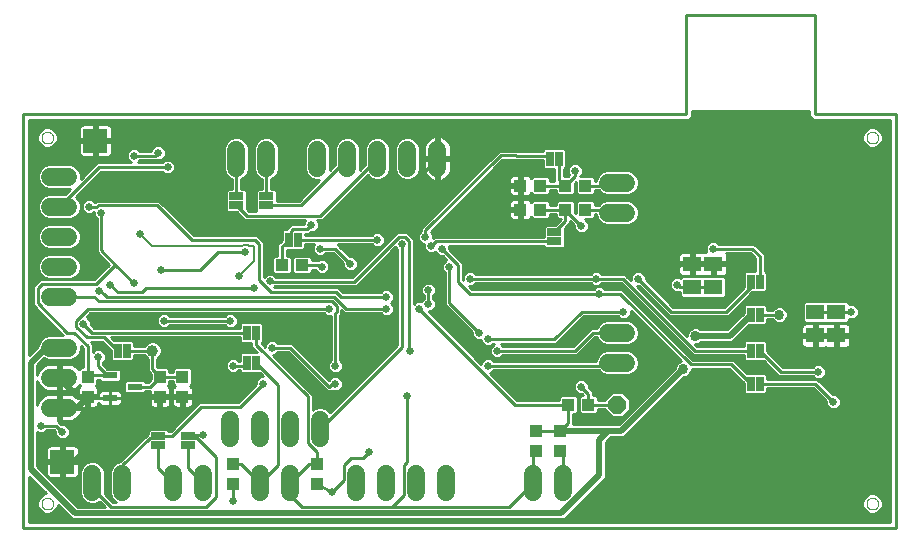
<source format=gbl>
G75*
%MOIN*%
%OFA0B0*%
%FSLAX25Y25*%
%IPPOS*%
%LPD*%
%AMOC8*
5,1,8,0,0,1.08239X$1,22.5*
%
%ADD10C,0.01000*%
%ADD11C,0.00000*%
%ADD12R,0.04921X0.02362*%
%ADD13R,0.02500X0.05000*%
%ADD14R,0.03937X0.04331*%
%ADD15R,0.04331X0.03937*%
%ADD16C,0.03937*%
%ADD17C,0.06000*%
%ADD18R,0.05000X0.02500*%
%ADD19OC8,0.06000*%
%ADD20R,0.07874X0.07874*%
%ADD21R,0.06299X0.05118*%
%ADD22C,0.02578*%
%ADD23C,0.02000*%
%ADD24C,0.00800*%
%ADD25C,0.03365*%
D10*
X0011500Y0010780D02*
X0011500Y0148780D01*
X0232500Y0148780D01*
X0232500Y0181780D01*
X0275500Y0181780D01*
X0275500Y0148780D01*
X0302500Y0148780D01*
X0302500Y0010780D01*
X0011500Y0010780D01*
X0013500Y0012780D02*
X0013500Y0027810D01*
X0019062Y0022248D01*
X0018810Y0022248D01*
X0017535Y0021720D01*
X0016560Y0020745D01*
X0016031Y0019470D01*
X0016031Y0018090D01*
X0016560Y0016815D01*
X0017535Y0015839D01*
X0018810Y0015311D01*
X0020190Y0015311D01*
X0021465Y0015839D01*
X0022440Y0016815D01*
X0022968Y0018090D01*
X0022968Y0018342D01*
X0027830Y0013480D01*
X0191675Y0013480D01*
X0192905Y0014710D01*
X0205600Y0027405D01*
X0205600Y0039256D01*
X0207370Y0041026D01*
X0211716Y0041026D01*
X0212946Y0042256D01*
X0231687Y0060997D01*
X0232054Y0060997D01*
X0233076Y0061421D01*
X0233859Y0062204D01*
X0234283Y0063226D01*
X0234283Y0063580D01*
X0246837Y0063580D01*
X0251550Y0058867D01*
X0251550Y0055824D01*
X0252194Y0055180D01*
X0258806Y0055180D01*
X0259450Y0055824D01*
X0259450Y0057180D01*
X0274837Y0057180D01*
X0279111Y0052906D01*
X0279111Y0051790D01*
X0280510Y0050391D01*
X0282490Y0050391D01*
X0283889Y0051790D01*
X0283889Y0053769D01*
X0282490Y0055169D01*
X0281374Y0055169D01*
X0276163Y0060380D01*
X0259450Y0060380D01*
X0259450Y0061736D01*
X0258806Y0062380D01*
X0252563Y0062380D01*
X0249100Y0065843D01*
X0248163Y0066780D01*
X0234763Y0066780D01*
X0211163Y0090380D01*
X0205279Y0090380D01*
X0204490Y0091169D01*
X0202510Y0091169D01*
X0201721Y0090380D01*
X0161163Y0090380D01*
X0160152Y0091391D01*
X0161490Y0091391D01*
X0162279Y0092180D01*
X0200721Y0092180D01*
X0201510Y0091391D01*
X0203490Y0091391D01*
X0204279Y0092180D01*
X0210575Y0092180D01*
X0234575Y0068180D01*
X0251550Y0068180D01*
X0251550Y0066824D01*
X0252194Y0066180D01*
X0258437Y0066180D01*
X0262500Y0062117D01*
X0263437Y0061180D01*
X0274721Y0061180D01*
X0275510Y0060391D01*
X0277490Y0060391D01*
X0278889Y0061790D01*
X0278889Y0063769D01*
X0277490Y0065169D01*
X0275510Y0065169D01*
X0274721Y0064380D01*
X0264763Y0064380D01*
X0259450Y0069693D01*
X0259450Y0072736D01*
X0258806Y0073380D01*
X0252194Y0073380D01*
X0251550Y0072736D01*
X0251550Y0071380D01*
X0235900Y0071380D01*
X0235283Y0071997D01*
X0236054Y0071997D01*
X0237076Y0072421D01*
X0237335Y0072680D01*
X0247770Y0072680D01*
X0249000Y0073910D01*
X0253270Y0078180D01*
X0258806Y0078180D01*
X0259450Y0078824D01*
X0259450Y0080180D01*
X0261165Y0080180D01*
X0261924Y0079421D01*
X0262946Y0078997D01*
X0264054Y0078997D01*
X0265076Y0079421D01*
X0265859Y0080204D01*
X0266283Y0081226D01*
X0266283Y0082333D01*
X0265859Y0083356D01*
X0265076Y0084139D01*
X0264054Y0084563D01*
X0262946Y0084563D01*
X0261924Y0084139D01*
X0261165Y0083380D01*
X0259450Y0083380D01*
X0259450Y0084736D01*
X0258806Y0085380D01*
X0252194Y0085380D01*
X0251550Y0084736D01*
X0251550Y0082400D01*
X0246030Y0076880D01*
X0237335Y0076880D01*
X0237076Y0077139D01*
X0236054Y0077563D01*
X0234946Y0077563D01*
X0233924Y0077139D01*
X0233141Y0076356D01*
X0232717Y0075333D01*
X0232717Y0074563D01*
X0215889Y0091391D01*
X0216626Y0091391D01*
X0225900Y0082117D01*
X0226837Y0081180D01*
X0246300Y0081180D01*
X0247237Y0082117D01*
X0254300Y0089180D01*
X0258806Y0089180D01*
X0259450Y0089824D01*
X0259450Y0095736D01*
X0258806Y0096380D01*
X0258700Y0096380D01*
X0258700Y0101843D01*
X0255163Y0105380D01*
X0243279Y0105380D01*
X0242490Y0106169D01*
X0240510Y0106169D01*
X0239111Y0104769D01*
X0239111Y0102790D01*
X0239125Y0102776D01*
X0238153Y0102776D01*
X0238000Y0102735D01*
X0237847Y0102776D01*
X0235000Y0102776D01*
X0235000Y0099217D01*
X0234000Y0099217D01*
X0234000Y0102776D01*
X0231153Y0102776D01*
X0230771Y0102674D01*
X0230429Y0102476D01*
X0230150Y0102197D01*
X0229953Y0101855D01*
X0229850Y0101473D01*
X0229850Y0099217D01*
X0234000Y0099217D01*
X0234000Y0098217D01*
X0229850Y0098217D01*
X0229850Y0095960D01*
X0229953Y0095579D01*
X0230150Y0095237D01*
X0230429Y0094958D01*
X0230771Y0094760D01*
X0231153Y0094658D01*
X0234000Y0094658D01*
X0234000Y0098217D01*
X0235000Y0098217D01*
X0235000Y0099217D01*
X0239150Y0099217D01*
X0241000Y0099217D01*
X0241000Y0098217D01*
X0235000Y0098217D01*
X0235000Y0094658D01*
X0237847Y0094658D01*
X0238000Y0094699D01*
X0238153Y0094658D01*
X0241000Y0094658D01*
X0241000Y0098217D01*
X0242000Y0098217D01*
X0242000Y0099217D01*
X0246150Y0099217D01*
X0246150Y0101473D01*
X0246047Y0101855D01*
X0245860Y0102180D01*
X0253837Y0102180D01*
X0255500Y0100517D01*
X0255500Y0096380D01*
X0252194Y0096380D01*
X0251550Y0095736D01*
X0251550Y0090955D01*
X0244975Y0084380D01*
X0228163Y0084380D01*
X0218889Y0093654D01*
X0218889Y0094769D01*
X0217490Y0096169D01*
X0215510Y0096169D01*
X0214111Y0094769D01*
X0214111Y0093169D01*
X0212837Y0094443D01*
X0211900Y0095380D01*
X0204279Y0095380D01*
X0203490Y0096169D01*
X0201510Y0096169D01*
X0200721Y0095380D01*
X0162279Y0095380D01*
X0161490Y0096169D01*
X0159510Y0096169D01*
X0158111Y0094769D01*
X0158111Y0093432D01*
X0158100Y0093443D01*
X0158100Y0099054D01*
X0157163Y0099991D01*
X0153500Y0103654D01*
X0153500Y0104580D01*
X0184900Y0104580D01*
X0184900Y0104474D01*
X0185544Y0103830D01*
X0191456Y0103830D01*
X0192100Y0104474D01*
X0192100Y0110717D01*
X0192816Y0111433D01*
X0193754Y0112371D01*
X0193754Y0112917D01*
X0195111Y0111560D01*
X0195111Y0110444D01*
X0196510Y0109044D01*
X0198490Y0109044D01*
X0199889Y0110444D01*
X0199889Y0112423D01*
X0198601Y0113711D01*
X0201467Y0113711D01*
X0202112Y0114356D01*
X0202112Y0115180D01*
X0202400Y0115180D01*
X0202400Y0114964D01*
X0203024Y0113457D01*
X0204178Y0112304D01*
X0205684Y0111680D01*
X0213316Y0111680D01*
X0214822Y0112304D01*
X0215976Y0113457D01*
X0216600Y0114964D01*
X0216600Y0116595D01*
X0215976Y0118102D01*
X0214822Y0119256D01*
X0213316Y0119880D01*
X0205684Y0119880D01*
X0204178Y0119256D01*
X0203302Y0118380D01*
X0202112Y0118380D01*
X0202112Y0119204D01*
X0201467Y0119848D01*
X0196225Y0119848D01*
X0195581Y0119204D01*
X0195581Y0115615D01*
X0195419Y0115777D01*
X0195419Y0119204D01*
X0194775Y0119848D01*
X0189533Y0119848D01*
X0188888Y0119204D01*
X0188888Y0118380D01*
X0187112Y0118380D01*
X0187112Y0119204D01*
X0186467Y0119848D01*
X0181225Y0119848D01*
X0180712Y0119335D01*
X0180519Y0119669D01*
X0180240Y0119949D01*
X0179898Y0120146D01*
X0179516Y0120248D01*
X0177638Y0120248D01*
X0177638Y0117264D01*
X0176669Y0117264D01*
X0176669Y0116296D01*
X0173488Y0116296D01*
X0173488Y0114614D01*
X0173590Y0114232D01*
X0173788Y0113890D01*
X0174067Y0113611D01*
X0174409Y0113414D01*
X0174791Y0113311D01*
X0176669Y0113311D01*
X0176669Y0116296D01*
X0177638Y0116296D01*
X0177638Y0113311D01*
X0179516Y0113311D01*
X0179898Y0113414D01*
X0180240Y0113611D01*
X0180519Y0113890D01*
X0180712Y0114225D01*
X0181225Y0113711D01*
X0186467Y0113711D01*
X0187112Y0114356D01*
X0187112Y0115180D01*
X0188888Y0115180D01*
X0188888Y0114356D01*
X0189533Y0113711D01*
X0190554Y0113711D01*
X0190554Y0113696D01*
X0188587Y0111730D01*
X0185544Y0111730D01*
X0184900Y0111086D01*
X0184900Y0107780D01*
X0148237Y0107780D01*
X0147889Y0107432D01*
X0147889Y0108769D01*
X0147303Y0109356D01*
X0171195Y0133248D01*
X0175112Y0133248D01*
X0175180Y0133180D01*
X0184550Y0133180D01*
X0184550Y0130824D01*
X0185194Y0130180D01*
X0188500Y0130180D01*
X0188500Y0126380D01*
X0187112Y0126380D01*
X0187112Y0127204D01*
X0186467Y0127848D01*
X0181225Y0127848D01*
X0180712Y0127335D01*
X0180519Y0127669D01*
X0180240Y0127949D01*
X0179898Y0128146D01*
X0179516Y0128248D01*
X0177638Y0128248D01*
X0177638Y0125264D01*
X0176669Y0125264D01*
X0176669Y0124296D01*
X0173488Y0124296D01*
X0173488Y0122614D01*
X0173590Y0122232D01*
X0173788Y0121890D01*
X0174067Y0121611D01*
X0174409Y0121414D01*
X0174791Y0121311D01*
X0176669Y0121311D01*
X0176669Y0124296D01*
X0177638Y0124296D01*
X0177638Y0121311D01*
X0179516Y0121311D01*
X0179898Y0121414D01*
X0180240Y0121611D01*
X0180519Y0121890D01*
X0180712Y0122225D01*
X0181225Y0121711D01*
X0186467Y0121711D01*
X0187112Y0122356D01*
X0187112Y0123180D01*
X0188888Y0123180D01*
X0188888Y0122356D01*
X0189533Y0121711D01*
X0194775Y0121711D01*
X0195419Y0122356D01*
X0195419Y0125782D01*
X0195581Y0125945D01*
X0195581Y0122356D01*
X0196225Y0121711D01*
X0201467Y0121711D01*
X0202112Y0122356D01*
X0202112Y0123180D01*
X0203302Y0123180D01*
X0204178Y0122304D01*
X0205684Y0121680D01*
X0213316Y0121680D01*
X0214822Y0122304D01*
X0215976Y0123457D01*
X0216600Y0124964D01*
X0216600Y0126595D01*
X0215976Y0128102D01*
X0214822Y0129256D01*
X0213316Y0129880D01*
X0205684Y0129880D01*
X0204178Y0129256D01*
X0203024Y0128102D01*
X0202400Y0126595D01*
X0202400Y0126380D01*
X0202112Y0126380D01*
X0202112Y0127204D01*
X0201467Y0127848D01*
X0197100Y0127848D01*
X0197100Y0128001D01*
X0197889Y0128790D01*
X0197889Y0130769D01*
X0196490Y0132169D01*
X0194510Y0132169D01*
X0193111Y0130769D01*
X0193111Y0128790D01*
X0193506Y0128395D01*
X0192959Y0127848D01*
X0191700Y0127848D01*
X0191700Y0130180D01*
X0191806Y0130180D01*
X0192450Y0130824D01*
X0192450Y0136736D01*
X0191806Y0137380D01*
X0185194Y0137380D01*
X0184550Y0136736D01*
X0184550Y0136380D01*
X0176506Y0136380D01*
X0176437Y0136448D01*
X0169870Y0136448D01*
X0144837Y0111416D01*
X0143900Y0110479D01*
X0143900Y0109558D01*
X0143111Y0108769D01*
X0143111Y0106790D01*
X0144510Y0105391D01*
X0145111Y0105391D01*
X0145111Y0103790D01*
X0146510Y0102391D01*
X0148490Y0102391D01*
X0148805Y0102707D01*
X0150121Y0101391D01*
X0151237Y0101391D01*
X0152485Y0100143D01*
X0151111Y0098769D01*
X0151111Y0096790D01*
X0151900Y0096001D01*
X0151900Y0085117D01*
X0161111Y0075906D01*
X0161111Y0074790D01*
X0162510Y0073391D01*
X0163922Y0073391D01*
X0163922Y0072601D01*
X0165321Y0071202D01*
X0167300Y0071202D01*
X0168089Y0071991D01*
X0168332Y0071991D01*
X0167111Y0070769D01*
X0167111Y0068790D01*
X0168510Y0067391D01*
X0170490Y0067391D01*
X0171279Y0068180D01*
X0196163Y0068180D01*
X0202163Y0074180D01*
X0202725Y0074180D01*
X0203024Y0073457D01*
X0204178Y0072304D01*
X0205684Y0071680D01*
X0213316Y0071680D01*
X0214822Y0072304D01*
X0215976Y0073457D01*
X0216600Y0074964D01*
X0216600Y0076595D01*
X0215976Y0078102D01*
X0214822Y0079256D01*
X0213316Y0079880D01*
X0205684Y0079880D01*
X0204178Y0079256D01*
X0203024Y0078102D01*
X0202725Y0077380D01*
X0200837Y0077380D01*
X0194837Y0071380D01*
X0171279Y0071380D01*
X0170668Y0071991D01*
X0189163Y0071991D01*
X0198352Y0081180D01*
X0209721Y0081180D01*
X0210510Y0080391D01*
X0212490Y0080391D01*
X0213889Y0081790D01*
X0213889Y0083128D01*
X0230599Y0066418D01*
X0229924Y0066139D01*
X0229141Y0065356D01*
X0228717Y0064333D01*
X0228717Y0063967D01*
X0209977Y0045226D01*
X0194754Y0045226D01*
X0194754Y0048711D01*
X0195775Y0048711D01*
X0196419Y0049356D01*
X0196419Y0054204D01*
X0195775Y0054848D01*
X0190533Y0054848D01*
X0189888Y0054204D01*
X0189888Y0053380D01*
X0176163Y0053380D01*
X0167152Y0062391D01*
X0167490Y0062391D01*
X0168279Y0063180D01*
X0203302Y0063180D01*
X0204178Y0062304D01*
X0205684Y0061680D01*
X0213316Y0061680D01*
X0214822Y0062304D01*
X0215976Y0063457D01*
X0216600Y0064964D01*
X0216600Y0066595D01*
X0215976Y0068102D01*
X0214822Y0069256D01*
X0213316Y0069880D01*
X0205684Y0069880D01*
X0204178Y0069256D01*
X0203024Y0068102D01*
X0202400Y0066595D01*
X0202400Y0066380D01*
X0168279Y0066380D01*
X0167490Y0067169D01*
X0165510Y0067169D01*
X0164111Y0065769D01*
X0164111Y0065432D01*
X0146651Y0082892D01*
X0147490Y0082892D01*
X0148889Y0084291D01*
X0148889Y0086270D01*
X0148100Y0087059D01*
X0148100Y0088280D01*
X0148889Y0089069D01*
X0148889Y0091048D01*
X0147490Y0092448D01*
X0145510Y0092448D01*
X0144111Y0091048D01*
X0144111Y0089069D01*
X0144900Y0088280D01*
X0144900Y0087059D01*
X0144111Y0086270D01*
X0144111Y0086169D01*
X0142510Y0086169D01*
X0141547Y0085205D01*
X0141547Y0106996D01*
X0139210Y0109332D01*
X0135906Y0109332D01*
X0120953Y0094380D01*
X0095657Y0094380D01*
X0094679Y0095358D01*
X0092700Y0095358D01*
X0091600Y0094258D01*
X0091600Y0106064D01*
X0090663Y0107001D01*
X0090663Y0107001D01*
X0090432Y0107232D01*
X0089495Y0108169D01*
X0068374Y0108169D01*
X0056774Y0119769D01*
X0035848Y0119769D01*
X0035459Y0119380D01*
X0035279Y0119380D01*
X0034490Y0120169D01*
X0032510Y0120169D01*
X0031111Y0118769D01*
X0031111Y0116790D01*
X0032510Y0115391D01*
X0034490Y0115391D01*
X0035111Y0116012D01*
X0035111Y0114790D01*
X0035900Y0114001D01*
X0035900Y0102506D01*
X0039932Y0098474D01*
X0034937Y0093480D01*
X0016937Y0093480D01*
X0016000Y0092543D01*
X0014800Y0091343D01*
X0014800Y0084815D01*
X0024498Y0075117D01*
X0024736Y0074880D01*
X0019684Y0074880D01*
X0018178Y0074256D01*
X0017024Y0073102D01*
X0016400Y0071595D01*
X0016400Y0071150D01*
X0013500Y0068250D01*
X0013500Y0146780D01*
X0233328Y0146780D01*
X0234500Y0147951D01*
X0234500Y0149780D01*
X0273500Y0149780D01*
X0273500Y0147951D01*
X0274672Y0146780D01*
X0300500Y0146780D01*
X0300500Y0012780D01*
X0013500Y0012780D01*
X0013500Y0012866D02*
X0300500Y0012866D01*
X0300500Y0013865D02*
X0192060Y0013865D01*
X0193059Y0014863D02*
X0300500Y0014863D01*
X0300500Y0015862D02*
X0296487Y0015862D01*
X0296465Y0015839D02*
X0297440Y0016815D01*
X0297968Y0018090D01*
X0297968Y0019470D01*
X0297440Y0020745D01*
X0296465Y0021720D01*
X0295190Y0022248D01*
X0293810Y0022248D01*
X0292535Y0021720D01*
X0291560Y0020745D01*
X0291031Y0019470D01*
X0291031Y0018090D01*
X0291560Y0016815D01*
X0292535Y0015839D01*
X0293810Y0015311D01*
X0295190Y0015311D01*
X0296465Y0015839D01*
X0297459Y0016860D02*
X0300500Y0016860D01*
X0300500Y0017859D02*
X0297873Y0017859D01*
X0297968Y0018857D02*
X0300500Y0018857D01*
X0300500Y0019856D02*
X0297809Y0019856D01*
X0297331Y0020854D02*
X0300500Y0020854D01*
X0300500Y0021853D02*
X0296145Y0021853D01*
X0292855Y0021853D02*
X0200048Y0021853D01*
X0199050Y0020854D02*
X0291669Y0020854D01*
X0291191Y0019856D02*
X0198051Y0019856D01*
X0197053Y0018857D02*
X0291031Y0018857D01*
X0291127Y0017859D02*
X0196054Y0017859D01*
X0195056Y0016860D02*
X0291541Y0016860D01*
X0292513Y0015862D02*
X0194057Y0015862D01*
X0201047Y0022851D02*
X0300500Y0022851D01*
X0300500Y0023850D02*
X0202045Y0023850D01*
X0203044Y0024848D02*
X0300500Y0024848D01*
X0300500Y0025847D02*
X0204042Y0025847D01*
X0205041Y0026845D02*
X0300500Y0026845D01*
X0300500Y0027844D02*
X0205600Y0027844D01*
X0205600Y0028842D02*
X0300500Y0028842D01*
X0300500Y0029841D02*
X0205600Y0029841D01*
X0205600Y0030839D02*
X0300500Y0030839D01*
X0300500Y0031838D02*
X0205600Y0031838D01*
X0205600Y0032836D02*
X0300500Y0032836D01*
X0300500Y0033835D02*
X0205600Y0033835D01*
X0205600Y0034833D02*
X0300500Y0034833D01*
X0300500Y0035832D02*
X0205600Y0035832D01*
X0205600Y0036830D02*
X0300500Y0036830D01*
X0300500Y0037829D02*
X0205600Y0037829D01*
X0205600Y0038828D02*
X0300500Y0038828D01*
X0300500Y0039826D02*
X0206170Y0039826D01*
X0207168Y0040825D02*
X0300500Y0040825D01*
X0300500Y0041823D02*
X0212513Y0041823D01*
X0213512Y0042822D02*
X0300500Y0042822D01*
X0300500Y0043820D02*
X0214510Y0043820D01*
X0215509Y0044819D02*
X0300500Y0044819D01*
X0300500Y0045817D02*
X0216507Y0045817D01*
X0217506Y0046816D02*
X0300500Y0046816D01*
X0300500Y0047814D02*
X0218504Y0047814D01*
X0219503Y0048813D02*
X0300500Y0048813D01*
X0300500Y0049811D02*
X0220501Y0049811D01*
X0221500Y0050810D02*
X0280092Y0050810D01*
X0279111Y0051808D02*
X0222498Y0051808D01*
X0223497Y0052807D02*
X0279111Y0052807D01*
X0278212Y0053805D02*
X0224495Y0053805D01*
X0225494Y0054804D02*
X0277213Y0054804D01*
X0276215Y0055802D02*
X0259428Y0055802D01*
X0259450Y0056801D02*
X0275216Y0056801D01*
X0278743Y0057799D02*
X0300500Y0057799D01*
X0300500Y0056801D02*
X0279742Y0056801D01*
X0280740Y0055802D02*
X0300500Y0055802D01*
X0300500Y0054804D02*
X0282855Y0054804D01*
X0283853Y0053805D02*
X0300500Y0053805D01*
X0300500Y0052807D02*
X0283889Y0052807D01*
X0283889Y0051808D02*
X0300500Y0051808D01*
X0300500Y0050810D02*
X0282908Y0050810D01*
X0281500Y0052780D02*
X0275500Y0058780D01*
X0257100Y0058780D01*
X0259450Y0060795D02*
X0275107Y0060795D01*
X0276746Y0059796D02*
X0300500Y0059796D01*
X0300500Y0058798D02*
X0277745Y0058798D01*
X0277893Y0060795D02*
X0300500Y0060795D01*
X0300500Y0061793D02*
X0278889Y0061793D01*
X0278889Y0062792D02*
X0300500Y0062792D01*
X0300500Y0063790D02*
X0278868Y0063790D01*
X0277870Y0064789D02*
X0300500Y0064789D01*
X0300500Y0065787D02*
X0263355Y0065787D01*
X0264354Y0064789D02*
X0275130Y0064789D01*
X0276500Y0062780D02*
X0264100Y0062780D01*
X0257100Y0069780D01*
X0259450Y0069781D02*
X0300500Y0069781D01*
X0300500Y0068783D02*
X0260360Y0068783D01*
X0261358Y0067784D02*
X0300500Y0067784D01*
X0300500Y0066786D02*
X0262357Y0066786D01*
X0259828Y0064789D02*
X0250154Y0064789D01*
X0251152Y0063790D02*
X0260827Y0063790D01*
X0261825Y0062792D02*
X0252151Y0062792D01*
X0249622Y0060795D02*
X0231485Y0060795D01*
X0230486Y0059796D02*
X0250621Y0059796D01*
X0251550Y0058798D02*
X0229488Y0058798D01*
X0228489Y0057799D02*
X0251550Y0057799D01*
X0251550Y0056801D02*
X0227491Y0056801D01*
X0226492Y0055802D02*
X0251572Y0055802D01*
X0253900Y0058780D02*
X0247500Y0065180D01*
X0234100Y0065180D01*
X0210500Y0088780D01*
X0203500Y0088780D01*
X0160500Y0088780D01*
X0156500Y0092780D01*
X0156500Y0098391D01*
X0151111Y0103780D01*
X0153500Y0103731D02*
X0239111Y0103731D01*
X0239111Y0104729D02*
X0192100Y0104729D01*
X0192100Y0105728D02*
X0240069Y0105728D01*
X0241500Y0103780D02*
X0254500Y0103780D01*
X0257100Y0101180D01*
X0257100Y0092780D01*
X0259450Y0092747D02*
X0300500Y0092747D01*
X0300500Y0091749D02*
X0259450Y0091749D01*
X0259450Y0090750D02*
X0300500Y0090750D01*
X0300500Y0089752D02*
X0259377Y0089752D01*
X0259426Y0084759D02*
X0271250Y0084759D01*
X0271250Y0085732D02*
X0271250Y0079702D01*
X0271895Y0079058D01*
X0279105Y0079058D01*
X0286105Y0079058D01*
X0286750Y0079702D01*
X0286750Y0080391D01*
X0288490Y0080391D01*
X0289889Y0081790D01*
X0289889Y0083769D01*
X0288490Y0085169D01*
X0286750Y0085169D01*
X0286750Y0085732D01*
X0286105Y0086376D01*
X0271895Y0086376D01*
X0271250Y0085732D01*
X0271276Y0085758D02*
X0250878Y0085758D01*
X0251574Y0084759D02*
X0249879Y0084759D01*
X0248881Y0083761D02*
X0251550Y0083761D01*
X0251550Y0082762D02*
X0247882Y0082762D01*
X0246884Y0081764D02*
X0250914Y0081764D01*
X0249915Y0080765D02*
X0226515Y0080765D01*
X0226254Y0081764D02*
X0225516Y0081764D01*
X0225255Y0082762D02*
X0224518Y0082762D01*
X0224257Y0083761D02*
X0223519Y0083761D01*
X0223258Y0084759D02*
X0222521Y0084759D01*
X0222260Y0085758D02*
X0221522Y0085758D01*
X0221261Y0086756D02*
X0220524Y0086756D01*
X0220263Y0087755D02*
X0219525Y0087755D01*
X0219264Y0088753D02*
X0218527Y0088753D01*
X0218266Y0089752D02*
X0217528Y0089752D01*
X0217267Y0090750D02*
X0216530Y0090750D01*
X0214001Y0088753D02*
X0212790Y0088753D01*
X0213003Y0089752D02*
X0211791Y0089752D01*
X0212004Y0090750D02*
X0204908Y0090750D01*
X0203847Y0091749D02*
X0211006Y0091749D01*
X0211237Y0093780D02*
X0202500Y0093780D01*
X0160500Y0093780D01*
X0158111Y0093746D02*
X0158100Y0093746D01*
X0158100Y0094744D02*
X0158111Y0094744D01*
X0158100Y0095743D02*
X0159084Y0095743D01*
X0158100Y0096741D02*
X0229850Y0096741D01*
X0229850Y0097740D02*
X0158100Y0097740D01*
X0158100Y0098738D02*
X0234000Y0098738D01*
X0234500Y0098717D02*
X0230437Y0098717D01*
X0229500Y0097780D01*
X0229850Y0099737D02*
X0157417Y0099737D01*
X0156418Y0100735D02*
X0229850Y0100735D01*
X0229920Y0101734D02*
X0155420Y0101734D01*
X0154421Y0102732D02*
X0230990Y0102732D01*
X0234000Y0102732D02*
X0235000Y0102732D01*
X0235000Y0101734D02*
X0234000Y0101734D01*
X0234000Y0100735D02*
X0235000Y0100735D01*
X0235000Y0099737D02*
X0234000Y0099737D01*
X0234500Y0098717D02*
X0241500Y0098717D01*
X0242000Y0098738D02*
X0255500Y0098738D01*
X0255500Y0097740D02*
X0246150Y0097740D01*
X0246150Y0098217D02*
X0242000Y0098217D01*
X0242000Y0094658D01*
X0244847Y0094658D01*
X0245229Y0094760D01*
X0245571Y0094958D01*
X0245850Y0095237D01*
X0246047Y0095579D01*
X0246150Y0095960D01*
X0246150Y0098217D01*
X0246150Y0096741D02*
X0255500Y0096741D01*
X0258700Y0096741D02*
X0300500Y0096741D01*
X0300500Y0095743D02*
X0259443Y0095743D01*
X0259450Y0094744D02*
X0300500Y0094744D01*
X0300500Y0093746D02*
X0259450Y0093746D01*
X0258700Y0097740D02*
X0300500Y0097740D01*
X0300500Y0098738D02*
X0258700Y0098738D01*
X0258700Y0099737D02*
X0300500Y0099737D01*
X0300500Y0100735D02*
X0258700Y0100735D01*
X0258700Y0101734D02*
X0300500Y0101734D01*
X0300500Y0102732D02*
X0257810Y0102732D01*
X0256812Y0103731D02*
X0300500Y0103731D01*
X0300500Y0104729D02*
X0255813Y0104729D01*
X0254283Y0101734D02*
X0246080Y0101734D01*
X0246150Y0100735D02*
X0255282Y0100735D01*
X0255500Y0099737D02*
X0246150Y0099737D01*
X0246091Y0095743D02*
X0251557Y0095743D01*
X0251550Y0094744D02*
X0245169Y0094744D01*
X0245105Y0094502D02*
X0245750Y0093858D01*
X0245750Y0087828D01*
X0245105Y0087184D01*
X0230895Y0087184D01*
X0230250Y0087828D01*
X0230250Y0089243D01*
X0229774Y0089243D01*
X0229626Y0089391D01*
X0228510Y0089391D01*
X0227111Y0090790D01*
X0227111Y0092769D01*
X0228510Y0094169D01*
X0230490Y0094169D01*
X0230526Y0094133D01*
X0230895Y0094502D01*
X0245105Y0094502D01*
X0245750Y0093746D02*
X0251550Y0093746D01*
X0251550Y0092747D02*
X0245750Y0092747D01*
X0245750Y0091749D02*
X0251550Y0091749D01*
X0251345Y0090750D02*
X0245750Y0090750D01*
X0245750Y0089752D02*
X0250346Y0089752D01*
X0249348Y0088753D02*
X0245750Y0088753D01*
X0245676Y0087755D02*
X0248349Y0087755D01*
X0247351Y0086756D02*
X0225787Y0086756D01*
X0226785Y0085758D02*
X0246352Y0085758D01*
X0245354Y0084759D02*
X0227784Y0084759D01*
X0227500Y0082780D02*
X0228500Y0082780D01*
X0245637Y0082780D01*
X0253900Y0091043D01*
X0253900Y0092780D01*
X0253873Y0088753D02*
X0300500Y0088753D01*
X0300500Y0087755D02*
X0252875Y0087755D01*
X0251876Y0086756D02*
X0300500Y0086756D01*
X0300500Y0085758D02*
X0286724Y0085758D01*
X0288899Y0084759D02*
X0300500Y0084759D01*
X0300500Y0083761D02*
X0289889Y0083761D01*
X0289889Y0082762D02*
X0300500Y0082762D01*
X0300500Y0081764D02*
X0289862Y0081764D01*
X0288864Y0080765D02*
X0300500Y0080765D01*
X0300500Y0079766D02*
X0286750Y0079766D01*
X0286229Y0078800D02*
X0285847Y0078902D01*
X0283000Y0078902D01*
X0283000Y0075343D01*
X0282000Y0075343D01*
X0282000Y0078902D01*
X0279153Y0078902D01*
X0279000Y0078861D01*
X0278847Y0078902D01*
X0276000Y0078902D01*
X0276000Y0075343D01*
X0275000Y0075343D01*
X0275000Y0078902D01*
X0272153Y0078902D01*
X0271771Y0078800D01*
X0271429Y0078602D01*
X0271150Y0078323D01*
X0270953Y0077981D01*
X0270850Y0077599D01*
X0270850Y0075343D01*
X0275000Y0075343D01*
X0275000Y0074343D01*
X0270850Y0074343D01*
X0270850Y0072086D01*
X0270953Y0071705D01*
X0271150Y0071363D01*
X0271429Y0071084D01*
X0271771Y0070886D01*
X0272153Y0070784D01*
X0275000Y0070784D01*
X0275000Y0074343D01*
X0276000Y0074343D01*
X0276000Y0075343D01*
X0280150Y0075343D01*
X0282000Y0075343D01*
X0282000Y0074343D01*
X0276000Y0074343D01*
X0276000Y0070784D01*
X0278847Y0070784D01*
X0279000Y0070825D01*
X0279153Y0070784D01*
X0282000Y0070784D01*
X0282000Y0074343D01*
X0283000Y0074343D01*
X0283000Y0075343D01*
X0287150Y0075343D01*
X0287150Y0077599D01*
X0287047Y0077981D01*
X0286850Y0078323D01*
X0286571Y0078602D01*
X0286229Y0078800D01*
X0286284Y0078768D02*
X0300500Y0078768D01*
X0300500Y0077769D02*
X0287104Y0077769D01*
X0287150Y0076771D02*
X0300500Y0076771D01*
X0300500Y0075772D02*
X0287150Y0075772D01*
X0287150Y0074343D02*
X0283000Y0074343D01*
X0283000Y0070784D01*
X0285847Y0070784D01*
X0286229Y0070886D01*
X0286571Y0071084D01*
X0286850Y0071363D01*
X0287047Y0071705D01*
X0287150Y0072086D01*
X0287150Y0074343D01*
X0287150Y0073775D02*
X0300500Y0073775D01*
X0300500Y0072777D02*
X0287150Y0072777D01*
X0287067Y0071778D02*
X0300500Y0071778D01*
X0300500Y0070780D02*
X0259450Y0070780D01*
X0259450Y0071778D02*
X0270933Y0071778D01*
X0270850Y0072777D02*
X0259409Y0072777D01*
X0253900Y0069780D02*
X0235237Y0069780D01*
X0211237Y0093780D01*
X0212536Y0094744D02*
X0214111Y0094744D01*
X0214111Y0093746D02*
X0213534Y0093746D01*
X0215084Y0095743D02*
X0203916Y0095743D01*
X0201084Y0095743D02*
X0161916Y0095743D01*
X0161847Y0091749D02*
X0201153Y0091749D01*
X0202092Y0090750D02*
X0160792Y0090750D01*
X0153500Y0085780D02*
X0163500Y0075780D01*
X0161111Y0075772D02*
X0153770Y0075772D01*
X0154769Y0074774D02*
X0161127Y0074774D01*
X0162126Y0073775D02*
X0155767Y0073775D01*
X0156766Y0072777D02*
X0163922Y0072777D01*
X0164744Y0071778D02*
X0157764Y0071778D01*
X0158763Y0070780D02*
X0167121Y0070780D01*
X0167111Y0069781D02*
X0159761Y0069781D01*
X0160760Y0068783D02*
X0167118Y0068783D01*
X0168117Y0067784D02*
X0161758Y0067784D01*
X0162757Y0066786D02*
X0165127Y0066786D01*
X0164129Y0065787D02*
X0163755Y0065787D01*
X0166500Y0064780D02*
X0208500Y0064780D01*
X0209500Y0065780D01*
X0213589Y0061793D02*
X0226544Y0061793D01*
X0227542Y0062792D02*
X0215310Y0062792D01*
X0216114Y0063790D02*
X0228541Y0063790D01*
X0228906Y0064789D02*
X0216527Y0064789D01*
X0216600Y0065787D02*
X0229572Y0065787D01*
X0230231Y0066786D02*
X0216521Y0066786D01*
X0216108Y0067784D02*
X0229233Y0067784D01*
X0228234Y0068783D02*
X0215295Y0068783D01*
X0213553Y0069781D02*
X0227236Y0069781D01*
X0226237Y0070780D02*
X0198763Y0070780D01*
X0199761Y0071778D02*
X0205447Y0071778D01*
X0205447Y0069781D02*
X0197764Y0069781D01*
X0196766Y0068783D02*
X0203705Y0068783D01*
X0202892Y0067784D02*
X0170883Y0067784D01*
X0167873Y0066786D02*
X0202479Y0066786D01*
X0203690Y0062792D02*
X0167890Y0062792D01*
X0167749Y0061793D02*
X0205411Y0061793D01*
X0199889Y0058769D02*
X0199889Y0057654D01*
X0201446Y0056096D01*
X0201446Y0054848D01*
X0202467Y0054848D01*
X0203112Y0054204D01*
X0203112Y0053380D01*
X0205400Y0053380D01*
X0205400Y0053478D01*
X0207802Y0055880D01*
X0211198Y0055880D01*
X0213600Y0053478D01*
X0213600Y0050082D01*
X0211198Y0047680D01*
X0207802Y0047680D01*
X0205400Y0050082D01*
X0205400Y0050180D01*
X0203112Y0050180D01*
X0203112Y0049356D01*
X0202467Y0048711D01*
X0197225Y0048711D01*
X0196581Y0049356D01*
X0196581Y0054204D01*
X0197225Y0054848D01*
X0198169Y0054848D01*
X0197626Y0055391D01*
X0196510Y0055391D01*
X0195111Y0056790D01*
X0195111Y0058769D01*
X0196510Y0060169D01*
X0198490Y0060169D01*
X0199889Y0058769D01*
X0199861Y0058798D02*
X0223548Y0058798D01*
X0224547Y0059796D02*
X0198862Y0059796D01*
X0199889Y0057799D02*
X0222550Y0057799D01*
X0221551Y0056801D02*
X0200742Y0056801D01*
X0201446Y0055802D02*
X0207724Y0055802D01*
X0206726Y0054804D02*
X0202512Y0054804D01*
X0203112Y0053805D02*
X0205727Y0053805D01*
X0209500Y0051780D02*
X0199846Y0051780D01*
X0199846Y0055433D01*
X0197500Y0057780D01*
X0195111Y0057799D02*
X0171743Y0057799D01*
X0170745Y0058798D02*
X0195139Y0058798D01*
X0196138Y0059796D02*
X0169746Y0059796D01*
X0168748Y0060795D02*
X0225545Y0060795D01*
X0220552Y0055802D02*
X0211276Y0055802D01*
X0212274Y0054804D02*
X0219554Y0054804D01*
X0218555Y0053805D02*
X0213273Y0053805D01*
X0213600Y0052807D02*
X0217557Y0052807D01*
X0216558Y0051808D02*
X0213600Y0051808D01*
X0213600Y0050810D02*
X0215560Y0050810D01*
X0214561Y0049811D02*
X0213330Y0049811D01*
X0213563Y0048813D02*
X0212331Y0048813D01*
X0212564Y0047814D02*
X0211333Y0047814D01*
X0211566Y0046816D02*
X0194754Y0046816D01*
X0194754Y0047814D02*
X0207667Y0047814D01*
X0206669Y0048813D02*
X0202569Y0048813D01*
X0203112Y0049811D02*
X0205670Y0049811D01*
X0210567Y0045817D02*
X0194754Y0045817D01*
X0193154Y0045780D02*
X0193154Y0051780D01*
X0175500Y0051780D01*
X0143500Y0083780D01*
X0142099Y0085758D02*
X0141547Y0085758D01*
X0141547Y0086756D02*
X0144597Y0086756D01*
X0144900Y0087755D02*
X0141547Y0087755D01*
X0141547Y0088753D02*
X0144427Y0088753D01*
X0144111Y0089752D02*
X0141547Y0089752D01*
X0141547Y0090750D02*
X0144111Y0090750D01*
X0144811Y0091749D02*
X0141547Y0091749D01*
X0141547Y0092747D02*
X0151900Y0092747D01*
X0151900Y0091749D02*
X0148189Y0091749D01*
X0148889Y0090750D02*
X0151900Y0090750D01*
X0151900Y0089752D02*
X0148889Y0089752D01*
X0148573Y0088753D02*
X0151900Y0088753D01*
X0151900Y0087755D02*
X0148100Y0087755D01*
X0148403Y0086756D02*
X0151900Y0086756D01*
X0151900Y0085758D02*
X0148889Y0085758D01*
X0148889Y0084759D02*
X0152258Y0084759D01*
X0153257Y0083761D02*
X0148358Y0083761D01*
X0146781Y0082762D02*
X0154255Y0082762D01*
X0155254Y0081764D02*
X0147779Y0081764D01*
X0148778Y0080765D02*
X0156252Y0080765D01*
X0157251Y0079766D02*
X0149776Y0079766D01*
X0150775Y0078768D02*
X0158249Y0078768D01*
X0159248Y0077769D02*
X0151773Y0077769D01*
X0152772Y0076771D02*
X0160246Y0076771D01*
X0166311Y0073591D02*
X0188500Y0073591D01*
X0197689Y0082780D01*
X0211500Y0082780D01*
X0213889Y0082762D02*
X0214255Y0082762D01*
X0213862Y0081764D02*
X0215254Y0081764D01*
X0216252Y0080765D02*
X0212864Y0080765D01*
X0213589Y0079766D02*
X0217251Y0079766D01*
X0218249Y0078768D02*
X0215310Y0078768D01*
X0216114Y0077769D02*
X0219248Y0077769D01*
X0220246Y0076771D02*
X0216527Y0076771D01*
X0216600Y0075772D02*
X0221245Y0075772D01*
X0222243Y0074774D02*
X0216521Y0074774D01*
X0216108Y0073775D02*
X0223242Y0073775D01*
X0224240Y0072777D02*
X0215295Y0072777D01*
X0213553Y0071778D02*
X0225239Y0071778D01*
X0227767Y0073775D02*
X0228979Y0073775D01*
X0228766Y0072777D02*
X0229977Y0072777D01*
X0229764Y0071778D02*
X0230976Y0071778D01*
X0230763Y0070780D02*
X0231975Y0070780D01*
X0231761Y0069781D02*
X0232973Y0069781D01*
X0232760Y0068783D02*
X0233972Y0068783D01*
X0233758Y0067784D02*
X0251550Y0067784D01*
X0251588Y0066786D02*
X0234757Y0066786D01*
X0234103Y0062792D02*
X0247625Y0062792D01*
X0248624Y0061793D02*
X0233449Y0061793D01*
X0249155Y0065787D02*
X0258830Y0065787D01*
X0259392Y0061793D02*
X0262824Y0061793D01*
X0262500Y0062117D02*
X0262500Y0062117D01*
X0266500Y0071780D02*
X0269563Y0074843D01*
X0275500Y0074843D01*
X0282500Y0074843D01*
X0283000Y0074774D02*
X0300500Y0074774D01*
X0287500Y0082780D02*
X0282563Y0082780D01*
X0282500Y0082717D01*
X0275500Y0082717D01*
X0271250Y0082762D02*
X0266105Y0082762D01*
X0266283Y0081764D02*
X0271250Y0081764D01*
X0271250Y0080765D02*
X0266092Y0080765D01*
X0265422Y0079766D02*
X0271250Y0079766D01*
X0271716Y0078768D02*
X0259394Y0078768D01*
X0259450Y0079766D02*
X0261578Y0079766D01*
X0263500Y0081780D02*
X0257100Y0081780D01*
X0259450Y0083761D02*
X0261545Y0083761D01*
X0265455Y0083761D02*
X0271250Y0083761D01*
X0270896Y0077769D02*
X0252859Y0077769D01*
X0251861Y0076771D02*
X0270850Y0076771D01*
X0270850Y0075772D02*
X0250862Y0075772D01*
X0249864Y0074774D02*
X0275000Y0074774D01*
X0275000Y0075772D02*
X0276000Y0075772D01*
X0276000Y0074774D02*
X0282000Y0074774D01*
X0282000Y0075772D02*
X0283000Y0075772D01*
X0283000Y0076771D02*
X0282000Y0076771D01*
X0282000Y0077769D02*
X0283000Y0077769D01*
X0283000Y0078768D02*
X0282000Y0078768D01*
X0282000Y0073775D02*
X0283000Y0073775D01*
X0283000Y0072777D02*
X0282000Y0072777D01*
X0282000Y0071778D02*
X0283000Y0071778D01*
X0276000Y0071778D02*
X0275000Y0071778D01*
X0275000Y0072777D02*
X0276000Y0072777D01*
X0276000Y0073775D02*
X0275000Y0073775D01*
X0275000Y0076771D02*
X0276000Y0076771D01*
X0276000Y0077769D02*
X0275000Y0077769D01*
X0275000Y0078768D02*
X0276000Y0078768D01*
X0270850Y0073775D02*
X0248865Y0073775D01*
X0247867Y0072777D02*
X0251591Y0072777D01*
X0251550Y0071778D02*
X0235501Y0071778D01*
X0232717Y0074774D02*
X0232506Y0074774D01*
X0232899Y0075772D02*
X0231507Y0075772D01*
X0230509Y0076771D02*
X0233556Y0076771D01*
X0229510Y0077769D02*
X0246920Y0077769D01*
X0247918Y0078768D02*
X0228512Y0078768D01*
X0227513Y0079766D02*
X0248917Y0079766D01*
X0266500Y0071780D02*
X0266500Y0092780D01*
X0261500Y0097780D01*
X0261500Y0105780D01*
X0265500Y0109780D01*
X0242931Y0105728D02*
X0300500Y0105728D01*
X0300500Y0106726D02*
X0192100Y0106726D01*
X0192100Y0107725D02*
X0300500Y0107725D01*
X0300500Y0108723D02*
X0192100Y0108723D01*
X0192100Y0109722D02*
X0195833Y0109722D01*
X0195111Y0110720D02*
X0192103Y0110720D01*
X0193102Y0111719D02*
X0194952Y0111719D01*
X0193953Y0112717D02*
X0193754Y0112717D01*
X0192154Y0113033D02*
X0192154Y0116780D01*
X0197500Y0111433D01*
X0199167Y0109722D02*
X0300500Y0109722D01*
X0300500Y0110720D02*
X0199889Y0110720D01*
X0199889Y0111719D02*
X0205590Y0111719D01*
X0203764Y0112717D02*
X0199595Y0112717D01*
X0201472Y0113716D02*
X0202917Y0113716D01*
X0202504Y0114714D02*
X0202112Y0114714D01*
X0198846Y0116780D02*
X0208500Y0116780D01*
X0209500Y0115780D01*
X0205267Y0119707D02*
X0201609Y0119707D01*
X0202112Y0118708D02*
X0203630Y0118708D01*
X0205626Y0121704D02*
X0180333Y0121704D01*
X0180482Y0119707D02*
X0181084Y0119707D01*
X0177638Y0119707D02*
X0176669Y0119707D01*
X0176669Y0120248D02*
X0174791Y0120248D01*
X0174409Y0120146D01*
X0174067Y0119949D01*
X0173788Y0119669D01*
X0173590Y0119327D01*
X0173488Y0118946D01*
X0173488Y0117264D01*
X0176669Y0117264D01*
X0176669Y0120248D01*
X0176669Y0121704D02*
X0177638Y0121704D01*
X0177638Y0122702D02*
X0176669Y0122702D01*
X0176669Y0123701D02*
X0177638Y0123701D01*
X0177154Y0124780D02*
X0177154Y0116780D01*
X0177154Y0111126D01*
X0177500Y0110780D01*
X0177638Y0113716D02*
X0176669Y0113716D01*
X0176669Y0114714D02*
X0177638Y0114714D01*
X0177638Y0115713D02*
X0176669Y0115713D01*
X0176669Y0116711D02*
X0154658Y0116711D01*
X0153660Y0115713D02*
X0173488Y0115713D01*
X0173488Y0114714D02*
X0152661Y0114714D01*
X0151663Y0113716D02*
X0173962Y0113716D01*
X0173488Y0117710D02*
X0155657Y0117710D01*
X0156655Y0118708D02*
X0173488Y0118708D01*
X0173825Y0119707D02*
X0157654Y0119707D01*
X0158652Y0120705D02*
X0300500Y0120705D01*
X0300500Y0119707D02*
X0213733Y0119707D01*
X0215370Y0118708D02*
X0300500Y0118708D01*
X0300500Y0117710D02*
X0216138Y0117710D01*
X0216552Y0116711D02*
X0300500Y0116711D01*
X0300500Y0115713D02*
X0216600Y0115713D01*
X0216496Y0114714D02*
X0300500Y0114714D01*
X0300500Y0113716D02*
X0216083Y0113716D01*
X0215236Y0112717D02*
X0300500Y0112717D01*
X0300500Y0111719D02*
X0213410Y0111719D01*
X0196084Y0119707D02*
X0194916Y0119707D01*
X0195419Y0118708D02*
X0195581Y0118708D01*
X0195581Y0117710D02*
X0195419Y0117710D01*
X0195419Y0116711D02*
X0195581Y0116711D01*
X0195581Y0115713D02*
X0195483Y0115713D01*
X0192154Y0116780D02*
X0183846Y0116780D01*
X0187112Y0118708D02*
X0188888Y0118708D01*
X0189391Y0119707D02*
X0186609Y0119707D01*
X0187112Y0122702D02*
X0188888Y0122702D01*
X0192154Y0124780D02*
X0183846Y0124780D01*
X0187112Y0126697D02*
X0188500Y0126697D01*
X0188500Y0127695D02*
X0186621Y0127695D01*
X0188500Y0128694D02*
X0166640Y0128694D01*
X0167639Y0129692D02*
X0188500Y0129692D01*
X0191700Y0129692D02*
X0193111Y0129692D01*
X0193111Y0130691D02*
X0192316Y0130691D01*
X0192450Y0131689D02*
X0194031Y0131689D01*
X0192450Y0132688D02*
X0300500Y0132688D01*
X0300500Y0133686D02*
X0192450Y0133686D01*
X0192450Y0134685D02*
X0300500Y0134685D01*
X0300500Y0135683D02*
X0192450Y0135683D01*
X0192450Y0136682D02*
X0300500Y0136682D01*
X0300500Y0137680D02*
X0296080Y0137680D01*
X0296465Y0137839D02*
X0297440Y0138815D01*
X0297968Y0140090D01*
X0297968Y0141470D01*
X0297440Y0142745D01*
X0296465Y0143720D01*
X0295190Y0144248D01*
X0293810Y0144248D01*
X0292535Y0143720D01*
X0291560Y0142745D01*
X0291031Y0141470D01*
X0291031Y0140090D01*
X0291560Y0138815D01*
X0292535Y0137839D01*
X0293810Y0137311D01*
X0295190Y0137311D01*
X0296465Y0137839D01*
X0297304Y0138679D02*
X0300500Y0138679D01*
X0300500Y0139677D02*
X0297798Y0139677D01*
X0297968Y0140676D02*
X0300500Y0140676D01*
X0300500Y0141674D02*
X0297884Y0141674D01*
X0297470Y0142673D02*
X0300500Y0142673D01*
X0300500Y0143671D02*
X0296514Y0143671D01*
X0292486Y0143671D02*
X0040937Y0143671D01*
X0040937Y0143914D02*
X0040835Y0144296D01*
X0040637Y0144638D01*
X0040358Y0144917D01*
X0040016Y0145115D01*
X0039634Y0145217D01*
X0036000Y0145217D01*
X0036000Y0140280D01*
X0035000Y0140280D01*
X0035000Y0145217D01*
X0031366Y0145217D01*
X0030984Y0145115D01*
X0030642Y0144917D01*
X0030363Y0144638D01*
X0030165Y0144296D01*
X0030063Y0143914D01*
X0030063Y0140280D01*
X0035000Y0140280D01*
X0035000Y0139280D01*
X0030063Y0139280D01*
X0030063Y0135645D01*
X0030165Y0135264D01*
X0030363Y0134922D01*
X0030642Y0134643D01*
X0030984Y0134445D01*
X0031366Y0134343D01*
X0035000Y0134343D01*
X0035000Y0139280D01*
X0036000Y0139280D01*
X0036000Y0140280D01*
X0040937Y0140280D01*
X0040937Y0143914D01*
X0040605Y0144670D02*
X0300500Y0144670D01*
X0300500Y0145668D02*
X0013500Y0145668D01*
X0013500Y0144670D02*
X0030395Y0144670D01*
X0030063Y0143671D02*
X0021514Y0143671D01*
X0021465Y0143720D02*
X0020190Y0144248D01*
X0018810Y0144248D01*
X0017535Y0143720D01*
X0016560Y0142745D01*
X0016031Y0141470D01*
X0016031Y0140090D01*
X0016560Y0138815D01*
X0017535Y0137839D01*
X0018810Y0137311D01*
X0020190Y0137311D01*
X0021465Y0137839D01*
X0022440Y0138815D01*
X0022968Y0140090D01*
X0022968Y0141470D01*
X0022440Y0142745D01*
X0021465Y0143720D01*
X0022470Y0142673D02*
X0030063Y0142673D01*
X0030063Y0141674D02*
X0022884Y0141674D01*
X0022968Y0140676D02*
X0030063Y0140676D01*
X0030063Y0138679D02*
X0022304Y0138679D01*
X0022798Y0139677D02*
X0035000Y0139677D01*
X0035500Y0139780D02*
X0057500Y0139780D01*
X0070500Y0126780D01*
X0070500Y0110780D01*
X0067819Y0108723D02*
X0097550Y0108723D01*
X0097550Y0107725D02*
X0089939Y0107725D01*
X0090432Y0107232D02*
X0090432Y0107232D01*
X0090938Y0106726D02*
X0097550Y0106726D01*
X0097550Y0106693D02*
X0096991Y0106133D01*
X0096054Y0105196D01*
X0096054Y0101348D01*
X0095033Y0101348D01*
X0094388Y0100704D01*
X0094388Y0095856D01*
X0095033Y0095211D01*
X0100275Y0095211D01*
X0100919Y0095856D01*
X0100919Y0100704D01*
X0100275Y0101348D01*
X0099254Y0101348D01*
X0099254Y0103180D01*
X0104806Y0103180D01*
X0105450Y0103824D01*
X0105450Y0105180D01*
X0108521Y0105180D01*
X0108111Y0104769D01*
X0108111Y0102790D01*
X0109510Y0101391D01*
X0111490Y0101391D01*
X0112279Y0102180D01*
X0114837Y0102180D01*
X0118111Y0098906D01*
X0118111Y0097790D01*
X0119510Y0096391D01*
X0121490Y0096391D01*
X0122889Y0097790D01*
X0122889Y0099769D01*
X0121490Y0101169D01*
X0120374Y0101169D01*
X0117100Y0104443D01*
X0116363Y0105180D01*
X0127721Y0105180D01*
X0128510Y0104391D01*
X0130490Y0104391D01*
X0131889Y0105790D01*
X0131889Y0107769D01*
X0130490Y0109169D01*
X0128510Y0109169D01*
X0127721Y0108380D01*
X0105450Y0108380D01*
X0105450Y0108780D01*
X0106763Y0108780D01*
X0107374Y0109391D01*
X0108490Y0109391D01*
X0109889Y0110790D01*
X0109889Y0112769D01*
X0109478Y0113180D01*
X0111163Y0113180D01*
X0112100Y0114117D01*
X0126232Y0128249D01*
X0127178Y0127304D01*
X0128684Y0126680D01*
X0130316Y0126680D01*
X0131822Y0127304D01*
X0132976Y0128457D01*
X0133600Y0129964D01*
X0133600Y0137595D01*
X0132976Y0139102D01*
X0131822Y0140256D01*
X0130316Y0140880D01*
X0128684Y0140880D01*
X0127178Y0140256D01*
X0126024Y0139102D01*
X0125400Y0137595D01*
X0125400Y0131943D01*
X0123600Y0130143D01*
X0123600Y0137595D01*
X0122976Y0139102D01*
X0121822Y0140256D01*
X0120316Y0140880D01*
X0118684Y0140880D01*
X0117178Y0140256D01*
X0116024Y0139102D01*
X0115400Y0137595D01*
X0115400Y0131943D01*
X0113600Y0130143D01*
X0113600Y0137595D01*
X0112976Y0139102D01*
X0111822Y0140256D01*
X0110316Y0140880D01*
X0108684Y0140880D01*
X0107178Y0140256D01*
X0106024Y0139102D01*
X0105400Y0137595D01*
X0105400Y0129964D01*
X0106024Y0128457D01*
X0107178Y0127304D01*
X0108684Y0126680D01*
X0110137Y0126680D01*
X0103237Y0119780D01*
X0096100Y0119780D01*
X0096100Y0123086D01*
X0095456Y0123730D01*
X0094100Y0123730D01*
X0094100Y0127005D01*
X0094822Y0127304D01*
X0095976Y0128457D01*
X0096600Y0129964D01*
X0096600Y0137595D01*
X0095976Y0139102D01*
X0094822Y0140256D01*
X0093316Y0140880D01*
X0091684Y0140880D01*
X0090178Y0140256D01*
X0089024Y0139102D01*
X0088400Y0137595D01*
X0088400Y0129964D01*
X0089024Y0128457D01*
X0090178Y0127304D01*
X0090900Y0127005D01*
X0090900Y0123730D01*
X0089544Y0123730D01*
X0088900Y0123086D01*
X0088900Y0116474D01*
X0088994Y0116380D01*
X0086563Y0116380D01*
X0086100Y0116843D01*
X0086100Y0123086D01*
X0085456Y0123730D01*
X0084100Y0123730D01*
X0084100Y0127005D01*
X0084822Y0127304D01*
X0085976Y0128457D01*
X0086600Y0129964D01*
X0086600Y0137595D01*
X0085976Y0139102D01*
X0084822Y0140256D01*
X0083316Y0140880D01*
X0081684Y0140880D01*
X0080178Y0140256D01*
X0079024Y0139102D01*
X0078400Y0137595D01*
X0078400Y0129964D01*
X0079024Y0128457D01*
X0080178Y0127304D01*
X0080900Y0127005D01*
X0080900Y0123730D01*
X0079544Y0123730D01*
X0078900Y0123086D01*
X0078900Y0116474D01*
X0079544Y0115830D01*
X0082587Y0115830D01*
X0084300Y0114117D01*
X0085237Y0113180D01*
X0105521Y0113180D01*
X0105111Y0112769D01*
X0105111Y0111980D01*
X0100732Y0111980D01*
X0099794Y0111043D01*
X0099150Y0110398D01*
X0099150Y0110380D01*
X0098194Y0110380D01*
X0097550Y0109736D01*
X0097550Y0106693D01*
X0096585Y0105728D02*
X0091600Y0105728D01*
X0091600Y0104729D02*
X0096054Y0104729D01*
X0096054Y0103731D02*
X0091600Y0103731D01*
X0091600Y0102732D02*
X0096054Y0102732D01*
X0096054Y0101734D02*
X0091600Y0101734D01*
X0091600Y0100735D02*
X0094419Y0100735D01*
X0094388Y0099737D02*
X0091600Y0099737D01*
X0091600Y0098738D02*
X0094388Y0098738D01*
X0094388Y0097740D02*
X0091600Y0097740D01*
X0091600Y0096741D02*
X0094388Y0096741D01*
X0094501Y0095743D02*
X0091600Y0095743D01*
X0091600Y0094744D02*
X0092086Y0094744D01*
X0093689Y0092969D02*
X0093879Y0092780D01*
X0121616Y0092780D01*
X0136568Y0107732D01*
X0138547Y0107732D01*
X0139947Y0106333D01*
X0139947Y0070333D01*
X0140500Y0069780D01*
X0137558Y0070838D02*
X0137558Y0105343D01*
X0135792Y0103731D02*
X0134829Y0103731D01*
X0135311Y0104212D02*
X0135958Y0103565D01*
X0135958Y0071501D01*
X0113768Y0049310D01*
X0112822Y0050256D01*
X0111316Y0050880D01*
X0109684Y0050880D01*
X0108178Y0050256D01*
X0108000Y0050078D01*
X0108000Y0055143D01*
X0094752Y0068391D01*
X0095490Y0068391D01*
X0096279Y0069180D01*
X0099837Y0069180D01*
X0111900Y0057117D01*
X0112837Y0056180D01*
X0114163Y0056180D01*
X0114442Y0056459D01*
X0114510Y0056391D01*
X0116490Y0056391D01*
X0117889Y0057790D01*
X0117889Y0059769D01*
X0116490Y0061169D01*
X0114510Y0061169D01*
X0113442Y0060100D01*
X0101163Y0072380D01*
X0096279Y0072380D01*
X0095490Y0073169D01*
X0093510Y0073169D01*
X0092111Y0071769D01*
X0092111Y0071032D01*
X0090884Y0072258D01*
X0091450Y0072824D01*
X0091450Y0078736D01*
X0090806Y0079380D01*
X0084194Y0079380D01*
X0083550Y0078736D01*
X0083550Y0077380D01*
X0035163Y0077380D01*
X0033889Y0078654D01*
X0033889Y0079769D01*
X0032631Y0081027D01*
X0033784Y0082180D01*
X0111721Y0082180D01*
X0112510Y0081391D01*
X0113900Y0081391D01*
X0113900Y0066558D01*
X0113111Y0065769D01*
X0113111Y0063790D01*
X0109752Y0063790D01*
X0110751Y0062792D02*
X0114110Y0062792D01*
X0114510Y0062391D02*
X0116490Y0062391D01*
X0117889Y0063790D01*
X0128248Y0063790D01*
X0129246Y0064789D02*
X0117889Y0064789D01*
X0117889Y0065769D02*
X0117100Y0066558D01*
X0117100Y0081739D01*
X0117489Y0082128D01*
X0117489Y0083169D01*
X0118479Y0082180D01*
X0130721Y0082180D01*
X0131510Y0081391D01*
X0133490Y0081391D01*
X0134889Y0082790D01*
X0134889Y0084769D01*
X0133879Y0085780D01*
X0134889Y0086790D01*
X0134889Y0088769D01*
X0133490Y0090169D01*
X0131510Y0090169D01*
X0130721Y0089380D01*
X0118067Y0089380D01*
X0117415Y0090032D01*
X0116478Y0090969D01*
X0095067Y0090969D01*
X0095279Y0091180D01*
X0122278Y0091180D01*
X0123216Y0092117D01*
X0123216Y0092117D01*
X0135311Y0104212D01*
X0135958Y0102732D02*
X0133831Y0102732D01*
X0132832Y0101734D02*
X0135958Y0101734D01*
X0135958Y0100735D02*
X0131834Y0100735D01*
X0130835Y0099737D02*
X0135958Y0099737D01*
X0135958Y0098738D02*
X0129837Y0098738D01*
X0128838Y0097740D02*
X0135958Y0097740D01*
X0135958Y0096741D02*
X0127840Y0096741D01*
X0126841Y0095743D02*
X0135958Y0095743D01*
X0135958Y0094744D02*
X0125843Y0094744D01*
X0124844Y0093746D02*
X0135958Y0093746D01*
X0135958Y0092747D02*
X0123846Y0092747D01*
X0122847Y0091749D02*
X0135958Y0091749D01*
X0135958Y0090750D02*
X0116697Y0090750D01*
X0117695Y0089752D02*
X0131093Y0089752D01*
X0132500Y0087780D02*
X0117404Y0087780D01*
X0115815Y0089369D01*
X0093911Y0089369D01*
X0090000Y0093280D01*
X0090000Y0105401D01*
X0088832Y0106569D01*
X0067711Y0106569D01*
X0056111Y0118169D01*
X0036510Y0118169D01*
X0036121Y0117780D01*
X0033500Y0117780D01*
X0031111Y0117710D02*
X0030600Y0117710D01*
X0030600Y0116964D02*
X0030600Y0118595D01*
X0029976Y0120102D01*
X0029030Y0121048D01*
X0037275Y0129292D01*
X0057834Y0129292D01*
X0058623Y0128503D01*
X0060602Y0128503D01*
X0062001Y0129903D01*
X0062001Y0131882D01*
X0060602Y0133281D01*
X0058623Y0133281D01*
X0057834Y0132492D01*
X0049591Y0132492D01*
X0050279Y0133180D01*
X0056163Y0133180D01*
X0056374Y0133391D01*
X0057490Y0133391D01*
X0058889Y0134790D01*
X0058889Y0136769D01*
X0057490Y0138169D01*
X0055510Y0138169D01*
X0054111Y0136769D01*
X0054111Y0136380D01*
X0050279Y0136380D01*
X0049490Y0137169D01*
X0047510Y0137169D01*
X0046111Y0135769D01*
X0046111Y0133790D01*
X0047409Y0132492D01*
X0035950Y0132492D01*
X0030600Y0127143D01*
X0030600Y0128595D01*
X0029976Y0130102D01*
X0028822Y0131256D01*
X0027316Y0131880D01*
X0019684Y0131880D01*
X0018178Y0131256D01*
X0017024Y0130102D01*
X0016400Y0128595D01*
X0016400Y0126964D01*
X0017024Y0125457D01*
X0018178Y0124304D01*
X0019684Y0123680D01*
X0027137Y0123680D01*
X0025337Y0121880D01*
X0019684Y0121880D01*
X0018178Y0121256D01*
X0017024Y0120102D01*
X0016400Y0118595D01*
X0016400Y0116964D01*
X0017024Y0115457D01*
X0018178Y0114304D01*
X0019684Y0113680D01*
X0027316Y0113680D01*
X0028822Y0114304D01*
X0029976Y0115457D01*
X0030600Y0116964D01*
X0030495Y0116711D02*
X0031190Y0116711D01*
X0032188Y0115713D02*
X0030082Y0115713D01*
X0029233Y0114714D02*
X0035187Y0114714D01*
X0035111Y0115713D02*
X0034812Y0115713D01*
X0035900Y0113716D02*
X0027402Y0113716D01*
X0027316Y0111880D02*
X0028822Y0111256D01*
X0029976Y0110102D01*
X0030600Y0108595D01*
X0030600Y0106964D01*
X0029976Y0105457D01*
X0028822Y0104304D01*
X0027316Y0103680D01*
X0019684Y0103680D01*
X0018178Y0104304D01*
X0017024Y0105457D01*
X0016400Y0106964D01*
X0016400Y0108595D01*
X0017024Y0110102D01*
X0018178Y0111256D01*
X0019684Y0111880D01*
X0027316Y0111880D01*
X0027704Y0111719D02*
X0035900Y0111719D01*
X0035900Y0112717D02*
X0013500Y0112717D01*
X0013500Y0111719D02*
X0019296Y0111719D01*
X0017642Y0110720D02*
X0013500Y0110720D01*
X0013500Y0109722D02*
X0016867Y0109722D01*
X0016453Y0108723D02*
X0013500Y0108723D01*
X0013500Y0107725D02*
X0016400Y0107725D01*
X0016499Y0106726D02*
X0013500Y0106726D01*
X0013500Y0105728D02*
X0016912Y0105728D01*
X0017752Y0104729D02*
X0013500Y0104729D01*
X0013500Y0103731D02*
X0019562Y0103731D01*
X0019684Y0101880D02*
X0018178Y0101256D01*
X0017024Y0100102D01*
X0016400Y0098595D01*
X0016400Y0096964D01*
X0017024Y0095457D01*
X0018178Y0094304D01*
X0019684Y0093680D01*
X0027316Y0093680D01*
X0028822Y0094304D01*
X0029976Y0095457D01*
X0030600Y0096964D01*
X0030600Y0098595D01*
X0029976Y0100102D01*
X0028822Y0101256D01*
X0027316Y0101880D01*
X0019684Y0101880D01*
X0019332Y0101734D02*
X0013500Y0101734D01*
X0013500Y0102732D02*
X0035900Y0102732D01*
X0035900Y0103731D02*
X0027438Y0103731D01*
X0027668Y0101734D02*
X0036672Y0101734D01*
X0037671Y0100735D02*
X0029343Y0100735D01*
X0030127Y0099737D02*
X0038669Y0099737D01*
X0039668Y0098738D02*
X0030541Y0098738D01*
X0030600Y0097740D02*
X0039197Y0097740D01*
X0038199Y0096741D02*
X0030508Y0096741D01*
X0030094Y0095743D02*
X0037200Y0095743D01*
X0036202Y0094744D02*
X0029263Y0094744D01*
X0027474Y0093746D02*
X0035203Y0093746D01*
X0035600Y0091880D02*
X0042194Y0098474D01*
X0048500Y0092169D01*
X0051089Y0089369D02*
X0052500Y0090780D01*
X0088500Y0090780D01*
X0095293Y0094744D02*
X0121317Y0094744D01*
X0122316Y0095743D02*
X0112452Y0095743D01*
X0112101Y0095391D02*
X0113500Y0096790D01*
X0113500Y0098769D01*
X0112101Y0100169D01*
X0110121Y0100169D01*
X0109832Y0099880D01*
X0107612Y0099880D01*
X0107612Y0100704D01*
X0106967Y0101348D01*
X0101725Y0101348D01*
X0101081Y0100704D01*
X0101081Y0095856D01*
X0101725Y0095211D01*
X0106967Y0095211D01*
X0107612Y0095856D01*
X0107612Y0096680D01*
X0108832Y0096680D01*
X0110121Y0095391D01*
X0112101Y0095391D01*
X0113451Y0096741D02*
X0119160Y0096741D01*
X0118162Y0097740D02*
X0113500Y0097740D01*
X0113500Y0098738D02*
X0118111Y0098738D01*
X0117280Y0099737D02*
X0112533Y0099737D01*
X0111832Y0101734D02*
X0115283Y0101734D01*
X0116282Y0100735D02*
X0107581Y0100735D01*
X0109168Y0101734D02*
X0099254Y0101734D01*
X0099254Y0102732D02*
X0108169Y0102732D01*
X0108111Y0103731D02*
X0105357Y0103731D01*
X0105450Y0104729D02*
X0108111Y0104729D01*
X0110500Y0103780D02*
X0115500Y0103780D01*
X0120500Y0098780D01*
X0122889Y0098738D02*
X0125311Y0098738D01*
X0124313Y0097740D02*
X0122838Y0097740D01*
X0123314Y0096741D02*
X0121840Y0096741D01*
X0122889Y0099737D02*
X0126310Y0099737D01*
X0127308Y0100735D02*
X0121923Y0100735D01*
X0119809Y0101734D02*
X0128307Y0101734D01*
X0129305Y0102732D02*
X0118810Y0102732D01*
X0117812Y0103731D02*
X0130304Y0103731D01*
X0130828Y0104729D02*
X0131302Y0104729D01*
X0131826Y0105728D02*
X0132301Y0105728D01*
X0131889Y0106726D02*
X0133299Y0106726D01*
X0134298Y0107725D02*
X0131889Y0107725D01*
X0130935Y0108723D02*
X0135296Y0108723D01*
X0139819Y0108723D02*
X0143111Y0108723D01*
X0143111Y0107725D02*
X0140818Y0107725D01*
X0141547Y0106726D02*
X0143175Y0106726D01*
X0144174Y0105728D02*
X0141547Y0105728D01*
X0141547Y0104729D02*
X0145111Y0104729D01*
X0145171Y0103731D02*
X0141547Y0103731D01*
X0141547Y0102732D02*
X0146169Y0102732D01*
X0147500Y0104780D02*
X0148900Y0106180D01*
X0188500Y0106180D01*
X0188500Y0109380D02*
X0192154Y0113033D01*
X0189575Y0112717D02*
X0150664Y0112717D01*
X0149666Y0111719D02*
X0185533Y0111719D01*
X0184900Y0110720D02*
X0148667Y0110720D01*
X0147669Y0109722D02*
X0184900Y0109722D01*
X0184900Y0108723D02*
X0147889Y0108723D01*
X0147889Y0107725D02*
X0148182Y0107725D01*
X0145500Y0107780D02*
X0145500Y0109816D01*
X0170533Y0134848D01*
X0175775Y0134848D01*
X0175843Y0134780D01*
X0185900Y0134780D01*
X0186900Y0133780D01*
X0184550Y0132688D02*
X0170634Y0132688D01*
X0169636Y0131689D02*
X0184550Y0131689D01*
X0184684Y0130691D02*
X0168637Y0130691D01*
X0166109Y0132688D02*
X0154000Y0132688D01*
X0154000Y0133280D02*
X0150000Y0133280D01*
X0150000Y0134280D01*
X0149000Y0134280D01*
X0149000Y0141257D01*
X0148446Y0141169D01*
X0147773Y0140950D01*
X0147141Y0140629D01*
X0146568Y0140212D01*
X0146068Y0139711D01*
X0145651Y0139138D01*
X0145330Y0138507D01*
X0145111Y0137834D01*
X0145000Y0137134D01*
X0145000Y0134280D01*
X0149000Y0134280D01*
X0149000Y0133280D01*
X0145000Y0133280D01*
X0145000Y0130426D01*
X0145111Y0129726D01*
X0145330Y0129052D01*
X0145651Y0128421D01*
X0146068Y0127848D01*
X0146568Y0127347D01*
X0147141Y0126931D01*
X0147773Y0126610D01*
X0148446Y0126391D01*
X0149000Y0126303D01*
X0149000Y0133280D01*
X0150000Y0133280D01*
X0150000Y0126303D01*
X0150554Y0126391D01*
X0151227Y0126610D01*
X0151859Y0126931D01*
X0152432Y0127347D01*
X0152932Y0127848D01*
X0153349Y0128421D01*
X0153670Y0129052D01*
X0153889Y0129726D01*
X0154000Y0130426D01*
X0154000Y0133280D01*
X0154000Y0134280D02*
X0150000Y0134280D01*
X0150000Y0141257D01*
X0150554Y0141169D01*
X0151227Y0140950D01*
X0151859Y0140629D01*
X0152432Y0140212D01*
X0152932Y0139711D01*
X0153349Y0139138D01*
X0153670Y0138507D01*
X0153889Y0137834D01*
X0154000Y0137134D01*
X0154000Y0134280D01*
X0154000Y0134685D02*
X0168106Y0134685D01*
X0169105Y0135683D02*
X0154000Y0135683D01*
X0154000Y0136682D02*
X0184550Y0136682D01*
X0190100Y0133780D02*
X0190100Y0126833D01*
X0192154Y0124780D01*
X0195500Y0128126D01*
X0195500Y0129780D01*
X0197889Y0129692D02*
X0205231Y0129692D01*
X0203615Y0128694D02*
X0197792Y0128694D01*
X0197889Y0130691D02*
X0300500Y0130691D01*
X0300500Y0131689D02*
X0196969Y0131689D01*
X0193208Y0128694D02*
X0191700Y0128694D01*
X0195419Y0125698D02*
X0195581Y0125698D01*
X0195581Y0124699D02*
X0195419Y0124699D01*
X0195419Y0123701D02*
X0195581Y0123701D01*
X0195581Y0122702D02*
X0195419Y0122702D01*
X0198846Y0124780D02*
X0208500Y0124780D01*
X0209500Y0125780D01*
X0213374Y0121704D02*
X0300500Y0121704D01*
X0300500Y0122702D02*
X0215221Y0122702D01*
X0216077Y0123701D02*
X0300500Y0123701D01*
X0300500Y0124699D02*
X0216490Y0124699D01*
X0216600Y0125698D02*
X0300500Y0125698D01*
X0300500Y0126697D02*
X0216558Y0126697D01*
X0216145Y0127695D02*
X0300500Y0127695D01*
X0300500Y0128694D02*
X0215385Y0128694D01*
X0213769Y0129692D02*
X0300500Y0129692D01*
X0292920Y0137680D02*
X0153913Y0137680D01*
X0153583Y0138679D02*
X0291696Y0138679D01*
X0291202Y0139677D02*
X0152957Y0139677D01*
X0151766Y0140676D02*
X0291031Y0140676D01*
X0291116Y0141674D02*
X0040937Y0141674D01*
X0040937Y0140676D02*
X0081191Y0140676D01*
X0079599Y0139677D02*
X0036000Y0139677D01*
X0036000Y0139280D02*
X0040937Y0139280D01*
X0040937Y0135645D01*
X0040835Y0135264D01*
X0040637Y0134922D01*
X0040358Y0134643D01*
X0040016Y0134445D01*
X0039634Y0134343D01*
X0036000Y0134343D01*
X0036000Y0139280D01*
X0036000Y0138679D02*
X0035000Y0138679D01*
X0035000Y0137680D02*
X0036000Y0137680D01*
X0036000Y0136682D02*
X0035000Y0136682D01*
X0035000Y0135683D02*
X0036000Y0135683D01*
X0036000Y0134685D02*
X0035000Y0134685D01*
X0040400Y0134685D02*
X0046111Y0134685D01*
X0046111Y0135683D02*
X0040937Y0135683D01*
X0040937Y0136682D02*
X0047023Y0136682D01*
X0048500Y0134780D02*
X0055500Y0134780D01*
X0056500Y0135780D01*
X0058889Y0135683D02*
X0078400Y0135683D01*
X0078400Y0134685D02*
X0058783Y0134685D01*
X0057785Y0133686D02*
X0078400Y0133686D01*
X0078400Y0132688D02*
X0061196Y0132688D01*
X0062001Y0131689D02*
X0078400Y0131689D01*
X0078400Y0130691D02*
X0062001Y0130691D01*
X0061791Y0129692D02*
X0078513Y0129692D01*
X0078926Y0128694D02*
X0060792Y0128694D01*
X0058433Y0128694D02*
X0036676Y0128694D01*
X0035678Y0127695D02*
X0079787Y0127695D01*
X0080900Y0126697D02*
X0034679Y0126697D01*
X0033681Y0125698D02*
X0080900Y0125698D01*
X0080900Y0124699D02*
X0032682Y0124699D01*
X0031684Y0123701D02*
X0079515Y0123701D01*
X0078900Y0122702D02*
X0030685Y0122702D01*
X0029687Y0121704D02*
X0078900Y0121704D01*
X0078900Y0120705D02*
X0029373Y0120705D01*
X0030140Y0119707D02*
X0032049Y0119707D01*
X0031111Y0118708D02*
X0030553Y0118708D01*
X0034951Y0119707D02*
X0035786Y0119707D01*
X0037500Y0115780D02*
X0037500Y0103169D01*
X0042194Y0098474D01*
X0040500Y0091780D02*
X0042911Y0089369D01*
X0051089Y0089369D01*
X0050500Y0083780D02*
X0113500Y0083780D01*
X0115500Y0082401D02*
X0115500Y0064780D01*
X0113111Y0064789D02*
X0108754Y0064789D01*
X0107755Y0065787D02*
X0113129Y0065787D01*
X0113900Y0066786D02*
X0106757Y0066786D01*
X0105758Y0067784D02*
X0113900Y0067784D01*
X0113900Y0068783D02*
X0104760Y0068783D01*
X0103761Y0069781D02*
X0113900Y0069781D01*
X0113900Y0070780D02*
X0102763Y0070780D01*
X0101764Y0071778D02*
X0113900Y0071778D01*
X0113900Y0072777D02*
X0095881Y0072777D01*
X0095500Y0074780D02*
X0100500Y0074780D01*
X0100500Y0070780D02*
X0094500Y0070780D01*
X0093119Y0072777D02*
X0091403Y0072777D01*
X0091364Y0071778D02*
X0092120Y0071778D01*
X0091450Y0073775D02*
X0113900Y0073775D01*
X0113900Y0074774D02*
X0091450Y0074774D01*
X0091450Y0075772D02*
X0113900Y0075772D01*
X0113900Y0076771D02*
X0091450Y0076771D01*
X0091450Y0077769D02*
X0113900Y0077769D01*
X0113900Y0078768D02*
X0091418Y0078768D01*
X0089100Y0075780D02*
X0089100Y0071780D01*
X0106400Y0054480D01*
X0106400Y0039082D01*
X0109500Y0035982D01*
X0109500Y0032126D01*
X0106846Y0032126D01*
X0100500Y0025780D01*
X0100500Y0021780D01*
X0104500Y0017780D01*
X0134500Y0017780D01*
X0173500Y0017780D01*
X0181500Y0025780D01*
X0181500Y0035433D01*
X0182500Y0036433D01*
X0190500Y0036433D02*
X0191500Y0035433D01*
X0191500Y0025780D01*
X0190500Y0043126D02*
X0182500Y0043126D01*
X0190500Y0043126D02*
X0193154Y0045780D01*
X0195876Y0048813D02*
X0197124Y0048813D01*
X0196581Y0049811D02*
X0196419Y0049811D01*
X0196419Y0050810D02*
X0196581Y0050810D01*
X0196581Y0051808D02*
X0196419Y0051808D01*
X0196419Y0052807D02*
X0196581Y0052807D01*
X0196581Y0053805D02*
X0196419Y0053805D01*
X0195819Y0054804D02*
X0197181Y0054804D01*
X0196099Y0055802D02*
X0173740Y0055802D01*
X0172742Y0056801D02*
X0195111Y0056801D01*
X0190488Y0054804D02*
X0174739Y0054804D01*
X0175737Y0053805D02*
X0189888Y0053805D01*
X0195500Y0069780D02*
X0169500Y0069780D01*
X0168120Y0071778D02*
X0167877Y0071778D01*
X0170880Y0071778D02*
X0195236Y0071778D01*
X0196234Y0072777D02*
X0189949Y0072777D01*
X0190948Y0073775D02*
X0197233Y0073775D01*
X0198231Y0074774D02*
X0191946Y0074774D01*
X0192945Y0075772D02*
X0199230Y0075772D01*
X0200228Y0076771D02*
X0193943Y0076771D01*
X0194942Y0077769D02*
X0202886Y0077769D01*
X0203690Y0078768D02*
X0195940Y0078768D01*
X0196939Y0079766D02*
X0205411Y0079766D01*
X0210136Y0080765D02*
X0197937Y0080765D01*
X0201500Y0075780D02*
X0195500Y0069780D01*
X0200760Y0072777D02*
X0203705Y0072777D01*
X0202892Y0073775D02*
X0201758Y0073775D01*
X0201500Y0075780D02*
X0209500Y0075780D01*
X0219779Y0081764D02*
X0220991Y0081764D01*
X0220778Y0080765D02*
X0221989Y0080765D01*
X0221776Y0079766D02*
X0222988Y0079766D01*
X0222775Y0078768D02*
X0223986Y0078768D01*
X0223773Y0077769D02*
X0224985Y0077769D01*
X0224772Y0076771D02*
X0225983Y0076771D01*
X0225770Y0075772D02*
X0226982Y0075772D01*
X0226769Y0074774D02*
X0227980Y0074774D01*
X0227500Y0082780D02*
X0216500Y0093780D01*
X0218889Y0093746D02*
X0228087Y0093746D01*
X0227111Y0092747D02*
X0219795Y0092747D01*
X0220794Y0091749D02*
X0227111Y0091749D01*
X0227151Y0090750D02*
X0221792Y0090750D01*
X0222791Y0089752D02*
X0228150Y0089752D01*
X0230250Y0088753D02*
X0223790Y0088753D01*
X0224788Y0087755D02*
X0230324Y0087755D01*
X0230437Y0090843D02*
X0229500Y0091780D01*
X0230437Y0090843D02*
X0234500Y0090843D01*
X0241500Y0090843D01*
X0241000Y0094744D02*
X0242000Y0094744D01*
X0242000Y0095743D02*
X0241000Y0095743D01*
X0241000Y0096741D02*
X0242000Y0096741D01*
X0242000Y0097740D02*
X0241000Y0097740D01*
X0241000Y0098738D02*
X0235000Y0098738D01*
X0235000Y0097740D02*
X0234000Y0097740D01*
X0234000Y0096741D02*
X0235000Y0096741D01*
X0235000Y0095743D02*
X0234000Y0095743D01*
X0234000Y0094744D02*
X0235000Y0094744D01*
X0230831Y0094744D02*
X0218889Y0094744D01*
X0217916Y0095743D02*
X0229909Y0095743D01*
X0215998Y0086756D02*
X0214787Y0086756D01*
X0215000Y0087755D02*
X0213788Y0087755D01*
X0215785Y0085758D02*
X0216997Y0085758D01*
X0216784Y0084759D02*
X0217995Y0084759D01*
X0217782Y0083761D02*
X0218994Y0083761D01*
X0218781Y0082762D02*
X0219992Y0082762D01*
X0189528Y0113716D02*
X0186472Y0113716D01*
X0187112Y0114714D02*
X0188888Y0114714D01*
X0181221Y0113716D02*
X0180345Y0113716D01*
X0177638Y0117710D02*
X0176669Y0117710D01*
X0176669Y0118708D02*
X0177638Y0118708D01*
X0173974Y0121704D02*
X0159651Y0121704D01*
X0160649Y0122702D02*
X0173488Y0122702D01*
X0173488Y0123701D02*
X0161648Y0123701D01*
X0162646Y0124699D02*
X0176669Y0124699D01*
X0177154Y0124780D02*
X0177154Y0129433D01*
X0177500Y0129780D01*
X0176669Y0128248D02*
X0174791Y0128248D01*
X0174409Y0128146D01*
X0174067Y0127949D01*
X0173788Y0127669D01*
X0173590Y0127327D01*
X0173488Y0126946D01*
X0173488Y0125264D01*
X0176669Y0125264D01*
X0176669Y0128248D01*
X0176669Y0127695D02*
X0177638Y0127695D01*
X0177638Y0126697D02*
X0176669Y0126697D01*
X0176669Y0125698D02*
X0177638Y0125698D01*
X0180494Y0127695D02*
X0181072Y0127695D01*
X0173814Y0127695D02*
X0165642Y0127695D01*
X0164643Y0126697D02*
X0173488Y0126697D01*
X0173488Y0125698D02*
X0163645Y0125698D01*
X0161116Y0127695D02*
X0152779Y0127695D01*
X0153487Y0128694D02*
X0162115Y0128694D01*
X0163113Y0129692D02*
X0153878Y0129692D01*
X0154000Y0130691D02*
X0164112Y0130691D01*
X0165111Y0131689D02*
X0154000Y0131689D01*
X0150000Y0131689D02*
X0149000Y0131689D01*
X0149000Y0130691D02*
X0150000Y0130691D01*
X0150000Y0129692D02*
X0149000Y0129692D01*
X0149000Y0128694D02*
X0150000Y0128694D01*
X0150000Y0127695D02*
X0149000Y0127695D01*
X0149000Y0126697D02*
X0150000Y0126697D01*
X0151398Y0126697D02*
X0160118Y0126697D01*
X0159119Y0125698D02*
X0123681Y0125698D01*
X0124679Y0126697D02*
X0128644Y0126697D01*
X0130356Y0126697D02*
X0138644Y0126697D01*
X0138684Y0126680D02*
X0140316Y0126680D01*
X0141822Y0127304D01*
X0142976Y0128457D01*
X0143600Y0129964D01*
X0143600Y0137595D01*
X0142976Y0139102D01*
X0141822Y0140256D01*
X0140316Y0140880D01*
X0138684Y0140880D01*
X0137178Y0140256D01*
X0136024Y0139102D01*
X0135400Y0137595D01*
X0135400Y0129964D01*
X0136024Y0128457D01*
X0137178Y0127304D01*
X0138684Y0126680D01*
X0140356Y0126697D02*
X0147602Y0126697D01*
X0146221Y0127695D02*
X0142213Y0127695D01*
X0143074Y0128694D02*
X0145513Y0128694D01*
X0145122Y0129692D02*
X0143487Y0129692D01*
X0143600Y0130691D02*
X0145000Y0130691D01*
X0145000Y0131689D02*
X0143600Y0131689D01*
X0143600Y0132688D02*
X0145000Y0132688D01*
X0143600Y0133686D02*
X0149000Y0133686D01*
X0149500Y0133780D02*
X0140400Y0124680D01*
X0137802Y0124680D01*
X0137702Y0124780D01*
X0133500Y0124780D01*
X0132213Y0127695D02*
X0136787Y0127695D01*
X0135926Y0128694D02*
X0133074Y0128694D01*
X0133487Y0129692D02*
X0135513Y0129692D01*
X0135400Y0130691D02*
X0133600Y0130691D01*
X0133600Y0131689D02*
X0135400Y0131689D01*
X0135400Y0132688D02*
X0133600Y0132688D01*
X0133600Y0133686D02*
X0135400Y0133686D01*
X0135400Y0134685D02*
X0133600Y0134685D01*
X0133600Y0135683D02*
X0135400Y0135683D01*
X0135400Y0136682D02*
X0133600Y0136682D01*
X0133565Y0137680D02*
X0135435Y0137680D01*
X0135849Y0138679D02*
X0133151Y0138679D01*
X0132401Y0139677D02*
X0136599Y0139677D01*
X0138191Y0140676D02*
X0130809Y0140676D01*
X0128191Y0140676D02*
X0120809Y0140676D01*
X0122401Y0139677D02*
X0126599Y0139677D01*
X0125849Y0138679D02*
X0123151Y0138679D01*
X0123565Y0137680D02*
X0125435Y0137680D01*
X0125400Y0136682D02*
X0123600Y0136682D01*
X0123600Y0135683D02*
X0125400Y0135683D01*
X0125400Y0134685D02*
X0123600Y0134685D01*
X0123600Y0133686D02*
X0125400Y0133686D01*
X0125400Y0132688D02*
X0123600Y0132688D01*
X0123600Y0131689D02*
X0125146Y0131689D01*
X0124148Y0130691D02*
X0123600Y0130691D01*
X0119500Y0133780D02*
X0103900Y0118180D01*
X0092500Y0118180D01*
X0088900Y0117710D02*
X0086100Y0117710D01*
X0086100Y0118708D02*
X0088900Y0118708D01*
X0088900Y0119707D02*
X0086100Y0119707D01*
X0086100Y0120705D02*
X0088900Y0120705D01*
X0088900Y0121704D02*
X0086100Y0121704D01*
X0086100Y0122702D02*
X0088900Y0122702D01*
X0089515Y0123701D02*
X0085485Y0123701D01*
X0084100Y0124699D02*
X0090900Y0124699D01*
X0090900Y0125698D02*
X0084100Y0125698D01*
X0084100Y0126697D02*
X0090900Y0126697D01*
X0089787Y0127695D02*
X0085213Y0127695D01*
X0086074Y0128694D02*
X0088926Y0128694D01*
X0088513Y0129692D02*
X0086487Y0129692D01*
X0086600Y0130691D02*
X0088400Y0130691D01*
X0088400Y0131689D02*
X0086600Y0131689D01*
X0086600Y0132688D02*
X0088400Y0132688D01*
X0088400Y0133686D02*
X0086600Y0133686D01*
X0086600Y0134685D02*
X0088400Y0134685D01*
X0088400Y0135683D02*
X0086600Y0135683D01*
X0086600Y0136682D02*
X0088400Y0136682D01*
X0088435Y0137680D02*
X0086565Y0137680D01*
X0086151Y0138679D02*
X0088849Y0138679D01*
X0089599Y0139677D02*
X0085401Y0139677D01*
X0083809Y0140676D02*
X0091191Y0140676D01*
X0093809Y0140676D02*
X0108191Y0140676D01*
X0106599Y0139677D02*
X0095401Y0139677D01*
X0096151Y0138679D02*
X0105849Y0138679D01*
X0105435Y0137680D02*
X0096565Y0137680D01*
X0096600Y0136682D02*
X0105400Y0136682D01*
X0105400Y0135683D02*
X0096600Y0135683D01*
X0096600Y0134685D02*
X0105400Y0134685D01*
X0105400Y0133686D02*
X0096600Y0133686D01*
X0096600Y0132688D02*
X0105400Y0132688D01*
X0105400Y0131689D02*
X0096600Y0131689D01*
X0096600Y0130691D02*
X0105400Y0130691D01*
X0105513Y0129692D02*
X0096487Y0129692D01*
X0096074Y0128694D02*
X0105926Y0128694D01*
X0106787Y0127695D02*
X0095213Y0127695D01*
X0094100Y0126697D02*
X0108644Y0126697D01*
X0109155Y0125698D02*
X0094100Y0125698D01*
X0094100Y0124699D02*
X0108157Y0124699D01*
X0107158Y0123701D02*
X0095485Y0123701D01*
X0096100Y0122702D02*
X0106160Y0122702D01*
X0105161Y0121704D02*
X0096100Y0121704D01*
X0096100Y0120705D02*
X0104163Y0120705D01*
X0110500Y0114780D02*
X0085900Y0114780D01*
X0082500Y0118180D01*
X0082704Y0115713D02*
X0060830Y0115713D01*
X0061828Y0114714D02*
X0083703Y0114714D01*
X0084701Y0113716D02*
X0062827Y0113716D01*
X0063825Y0112717D02*
X0105111Y0112717D01*
X0106100Y0110380D02*
X0101394Y0110380D01*
X0100750Y0109736D01*
X0100750Y0107630D01*
X0099900Y0106780D01*
X0097654Y0104533D01*
X0097654Y0098280D01*
X0100919Y0098738D02*
X0101081Y0098738D01*
X0101081Y0097740D02*
X0100919Y0097740D01*
X0100919Y0096741D02*
X0101081Y0096741D01*
X0101194Y0095743D02*
X0100806Y0095743D01*
X0104346Y0098280D02*
X0110611Y0098280D01*
X0111111Y0097780D01*
X0109770Y0095743D02*
X0107499Y0095743D01*
X0101081Y0099737D02*
X0100919Y0099737D01*
X0100888Y0100735D02*
X0101112Y0100735D01*
X0103100Y0106780D02*
X0129500Y0106780D01*
X0128065Y0108723D02*
X0105450Y0108723D01*
X0106100Y0110380D02*
X0107500Y0111780D01*
X0109889Y0111719D02*
X0145140Y0111719D01*
X0144142Y0110720D02*
X0109819Y0110720D01*
X0108820Y0109722D02*
X0143900Y0109722D01*
X0146139Y0112717D02*
X0109889Y0112717D01*
X0111699Y0113716D02*
X0147137Y0113716D01*
X0148136Y0114714D02*
X0112697Y0114714D01*
X0113696Y0115713D02*
X0149134Y0115713D01*
X0150133Y0116711D02*
X0114694Y0116711D01*
X0115693Y0117710D02*
X0151131Y0117710D01*
X0152130Y0118708D02*
X0116691Y0118708D01*
X0117690Y0119707D02*
X0153128Y0119707D01*
X0154127Y0120705D02*
X0118688Y0120705D01*
X0119687Y0121704D02*
X0155125Y0121704D01*
X0156124Y0122702D02*
X0120685Y0122702D01*
X0121684Y0123701D02*
X0157122Y0123701D01*
X0158121Y0124699D02*
X0122682Y0124699D01*
X0125678Y0127695D02*
X0126787Y0127695D01*
X0129500Y0133780D02*
X0110500Y0114780D01*
X0100471Y0111719D02*
X0064824Y0111719D01*
X0065822Y0110720D02*
X0099472Y0110720D01*
X0097550Y0109722D02*
X0066821Y0109722D01*
X0076500Y0102780D02*
X0070500Y0096780D01*
X0057500Y0096780D01*
X0076500Y0102780D02*
X0085500Y0102780D01*
X0086231Y0116711D02*
X0088900Y0116711D01*
X0092500Y0121380D02*
X0092500Y0133780D01*
X0082500Y0133780D02*
X0082500Y0121380D01*
X0078900Y0119707D02*
X0056836Y0119707D01*
X0057834Y0118708D02*
X0078900Y0118708D01*
X0078900Y0117710D02*
X0058833Y0117710D01*
X0059831Y0116711D02*
X0078900Y0116711D01*
X0059612Y0130892D02*
X0036613Y0130892D01*
X0023500Y0117780D01*
X0026160Y0122702D02*
X0013500Y0122702D01*
X0013500Y0121704D02*
X0019260Y0121704D01*
X0017627Y0120705D02*
X0013500Y0120705D01*
X0013500Y0119707D02*
X0016860Y0119707D01*
X0016447Y0118708D02*
X0013500Y0118708D01*
X0013500Y0117710D02*
X0016400Y0117710D01*
X0016505Y0116711D02*
X0013500Y0116711D01*
X0013500Y0115713D02*
X0016918Y0115713D01*
X0017767Y0114714D02*
X0013500Y0114714D01*
X0013500Y0113716D02*
X0019598Y0113716D01*
X0029358Y0110720D02*
X0035900Y0110720D01*
X0035900Y0109722D02*
X0030133Y0109722D01*
X0030547Y0108723D02*
X0035900Y0108723D01*
X0035900Y0107725D02*
X0030600Y0107725D01*
X0030501Y0106726D02*
X0035900Y0106726D01*
X0035900Y0105728D02*
X0030088Y0105728D01*
X0029248Y0104729D02*
X0035900Y0104729D01*
X0017657Y0100735D02*
X0013500Y0100735D01*
X0013500Y0099737D02*
X0016873Y0099737D01*
X0016459Y0098738D02*
X0013500Y0098738D01*
X0013500Y0097740D02*
X0016400Y0097740D01*
X0016492Y0096741D02*
X0013500Y0096741D01*
X0013500Y0095743D02*
X0016906Y0095743D01*
X0017737Y0094744D02*
X0013500Y0094744D01*
X0013500Y0093746D02*
X0019526Y0093746D01*
X0017600Y0091880D02*
X0035600Y0091880D01*
X0036689Y0089591D02*
X0038500Y0088780D01*
X0039511Y0087769D01*
X0115152Y0087769D01*
X0119141Y0083780D01*
X0132500Y0083780D01*
X0134889Y0083761D02*
X0135958Y0083761D01*
X0135958Y0084759D02*
X0134889Y0084759D01*
X0133901Y0085758D02*
X0135958Y0085758D01*
X0135958Y0086756D02*
X0134855Y0086756D01*
X0134889Y0087755D02*
X0135958Y0087755D01*
X0135958Y0088753D02*
X0134889Y0088753D01*
X0133907Y0089752D02*
X0135958Y0089752D01*
X0141547Y0093746D02*
X0151900Y0093746D01*
X0151900Y0094744D02*
X0141547Y0094744D01*
X0141547Y0095743D02*
X0151900Y0095743D01*
X0151160Y0096741D02*
X0141547Y0096741D01*
X0141547Y0097740D02*
X0151111Y0097740D01*
X0151111Y0098738D02*
X0141547Y0098738D01*
X0141547Y0099737D02*
X0152078Y0099737D01*
X0151893Y0100735D02*
X0141547Y0100735D01*
X0141547Y0101734D02*
X0149779Y0101734D01*
X0153500Y0097780D02*
X0153500Y0085780D01*
X0146500Y0085281D02*
X0146500Y0090059D01*
X0135958Y0082762D02*
X0134861Y0082762D01*
X0133862Y0081764D02*
X0135958Y0081764D01*
X0135958Y0080765D02*
X0117100Y0080765D01*
X0117100Y0079766D02*
X0135958Y0079766D01*
X0135958Y0078768D02*
X0117100Y0078768D01*
X0117100Y0077769D02*
X0135958Y0077769D01*
X0135958Y0076771D02*
X0117100Y0076771D01*
X0117100Y0075772D02*
X0135958Y0075772D01*
X0135958Y0074774D02*
X0117100Y0074774D01*
X0117100Y0073775D02*
X0135958Y0073775D01*
X0135958Y0072777D02*
X0117100Y0072777D01*
X0117100Y0071778D02*
X0135958Y0071778D01*
X0135237Y0070780D02*
X0117100Y0070780D01*
X0117100Y0069781D02*
X0134239Y0069781D01*
X0133240Y0068783D02*
X0117100Y0068783D01*
X0117100Y0067784D02*
X0132242Y0067784D01*
X0131243Y0066786D02*
X0117100Y0066786D01*
X0117871Y0065787D02*
X0130245Y0065787D01*
X0127249Y0062792D02*
X0116890Y0062792D01*
X0117889Y0063790D02*
X0117889Y0065769D01*
X0114510Y0062391D02*
X0113111Y0063790D01*
X0111749Y0061793D02*
X0126251Y0061793D01*
X0125252Y0060795D02*
X0116864Y0060795D01*
X0117862Y0059796D02*
X0124254Y0059796D01*
X0123255Y0058798D02*
X0117889Y0058798D01*
X0117889Y0057799D02*
X0122257Y0057799D01*
X0121258Y0056801D02*
X0116899Y0056801D01*
X0119261Y0054804D02*
X0108000Y0054804D01*
X0108000Y0053805D02*
X0118263Y0053805D01*
X0117264Y0052807D02*
X0108000Y0052807D01*
X0108000Y0051808D02*
X0116266Y0051808D01*
X0115267Y0050810D02*
X0111485Y0050810D01*
X0109515Y0050810D02*
X0108000Y0050810D01*
X0113267Y0049811D02*
X0114269Y0049811D01*
X0112216Y0056801D02*
X0106342Y0056801D01*
X0105343Y0057799D02*
X0111218Y0057799D01*
X0110219Y0058798D02*
X0104345Y0058798D01*
X0103346Y0059796D02*
X0109221Y0059796D01*
X0108222Y0060795D02*
X0102348Y0060795D01*
X0101349Y0061793D02*
X0107224Y0061793D01*
X0106225Y0062792D02*
X0100351Y0062792D01*
X0099352Y0063790D02*
X0105227Y0063790D01*
X0104228Y0064789D02*
X0098354Y0064789D01*
X0097355Y0065787D02*
X0103230Y0065787D01*
X0102231Y0066786D02*
X0096357Y0066786D01*
X0095358Y0067784D02*
X0101233Y0067784D01*
X0100234Y0068783D02*
X0095881Y0068783D01*
X0100500Y0070780D02*
X0113500Y0057780D01*
X0114500Y0058780D01*
X0115500Y0058780D01*
X0114136Y0060795D02*
X0112748Y0060795D01*
X0107340Y0055802D02*
X0120260Y0055802D01*
X0139500Y0054780D02*
X0139500Y0032578D01*
X0138400Y0031478D01*
X0138400Y0021680D01*
X0134500Y0017780D01*
X0118400Y0026680D02*
X0118400Y0031478D01*
X0120802Y0033880D01*
X0124600Y0033880D01*
X0126689Y0035969D01*
X0118400Y0026680D02*
X0114500Y0022780D01*
X0109500Y0025433D01*
X0096500Y0031780D02*
X0096500Y0038982D01*
X0096400Y0039082D01*
X0096400Y0048478D01*
X0096500Y0048578D01*
X0096500Y0058380D01*
X0089100Y0065780D01*
X0085900Y0065780D02*
X0084900Y0064780D01*
X0081500Y0064780D01*
X0079111Y0064789D02*
X0056100Y0064789D01*
X0056100Y0064392D02*
X0056100Y0067121D01*
X0056238Y0067179D01*
X0057101Y0068042D01*
X0057568Y0069170D01*
X0057568Y0070390D01*
X0057101Y0071518D01*
X0056238Y0072381D01*
X0055110Y0072848D01*
X0053890Y0072848D01*
X0052762Y0072381D01*
X0051899Y0071518D01*
X0051841Y0071380D01*
X0048450Y0071380D01*
X0048450Y0072736D01*
X0047806Y0073380D01*
X0041563Y0073380D01*
X0040763Y0074180D01*
X0083550Y0074180D01*
X0083550Y0072824D01*
X0084194Y0072180D01*
X0087500Y0072180D01*
X0087500Y0071117D01*
X0089237Y0069380D01*
X0084194Y0069380D01*
X0083550Y0068736D01*
X0083550Y0066380D01*
X0083279Y0066380D01*
X0082490Y0067169D01*
X0080510Y0067169D01*
X0079111Y0065769D01*
X0079111Y0063790D01*
X0067526Y0063790D01*
X0067568Y0063747D02*
X0066924Y0064392D01*
X0062076Y0064392D01*
X0061431Y0063747D01*
X0061431Y0062726D01*
X0060068Y0062726D01*
X0060068Y0063747D01*
X0059424Y0064392D01*
X0056100Y0064392D01*
X0056100Y0065787D02*
X0079129Y0065787D01*
X0079111Y0065769D02*
X0081500Y0068158D01*
X0081500Y0072780D01*
X0083597Y0072777D02*
X0055283Y0072777D01*
X0053717Y0072777D02*
X0048409Y0072777D01*
X0048450Y0071778D02*
X0052159Y0071778D01*
X0053500Y0069780D02*
X0054500Y0068780D01*
X0054500Y0063626D01*
X0057000Y0061126D01*
X0064500Y0061126D01*
X0067568Y0060795D02*
X0090136Y0060795D01*
X0090510Y0061169D02*
X0089111Y0059769D01*
X0089111Y0058654D01*
X0082937Y0052480D01*
X0070032Y0052480D01*
X0069094Y0051543D01*
X0060532Y0042980D01*
X0060100Y0042980D01*
X0060100Y0043086D01*
X0059456Y0043730D01*
X0053544Y0043730D01*
X0052900Y0043086D01*
X0052900Y0042130D01*
X0052882Y0042130D01*
X0043837Y0033086D01*
X0043594Y0032843D01*
X0042178Y0032256D01*
X0041024Y0031102D01*
X0040400Y0029595D01*
X0040400Y0021964D01*
X0041024Y0020457D01*
X0042178Y0019304D01*
X0042236Y0019280D01*
X0041464Y0019280D01*
X0038600Y0022144D01*
X0038600Y0029595D01*
X0037976Y0031102D01*
X0036822Y0032256D01*
X0035316Y0032880D01*
X0033684Y0032880D01*
X0032178Y0032256D01*
X0031024Y0031102D01*
X0030400Y0029595D01*
X0030400Y0021964D01*
X0031024Y0020457D01*
X0032178Y0019304D01*
X0033684Y0018680D01*
X0035316Y0018680D01*
X0036822Y0019304D01*
X0036869Y0019350D01*
X0038539Y0017680D01*
X0029570Y0017680D01*
X0016100Y0031150D01*
X0016100Y0042801D01*
X0016510Y0042391D01*
X0018490Y0042391D01*
X0019279Y0043180D01*
X0021837Y0043180D01*
X0022111Y0042906D01*
X0022111Y0041790D01*
X0023510Y0040391D01*
X0025490Y0040391D01*
X0026889Y0041790D01*
X0026889Y0043769D01*
X0025490Y0045169D01*
X0024374Y0045169D01*
X0024100Y0045443D01*
X0023163Y0046380D01*
X0023000Y0046380D01*
X0023000Y0050280D01*
X0024000Y0050280D01*
X0024000Y0051280D01*
X0023000Y0051280D01*
X0023000Y0055280D01*
X0020146Y0055280D01*
X0019446Y0055169D01*
X0018773Y0054950D01*
X0018141Y0054629D01*
X0017568Y0054212D01*
X0017068Y0053711D01*
X0016651Y0053138D01*
X0016330Y0052507D01*
X0016111Y0051834D01*
X0016100Y0051765D01*
X0016100Y0059794D01*
X0016111Y0059726D01*
X0016330Y0059052D01*
X0016651Y0058421D01*
X0017068Y0057848D01*
X0017568Y0057347D01*
X0018141Y0056931D01*
X0018773Y0056610D01*
X0019446Y0056391D01*
X0020146Y0056280D01*
X0023000Y0056280D01*
X0023000Y0060280D01*
X0024000Y0060280D01*
X0024000Y0056280D01*
X0026854Y0056280D01*
X0027554Y0056391D01*
X0028227Y0056610D01*
X0028859Y0056931D01*
X0029432Y0057347D01*
X0029932Y0057848D01*
X0030208Y0058228D01*
X0030445Y0057992D01*
X0030110Y0057799D01*
X0029831Y0057520D01*
X0029634Y0057178D01*
X0029531Y0056796D01*
X0029531Y0054918D01*
X0032516Y0054918D01*
X0032516Y0053949D01*
X0033484Y0053949D01*
X0033484Y0050768D01*
X0035166Y0050768D01*
X0035547Y0050870D01*
X0035890Y0051068D01*
X0036169Y0051347D01*
X0036366Y0051689D01*
X0036468Y0052071D01*
X0036468Y0052426D01*
X0036508Y0052280D01*
X0036705Y0051938D01*
X0036984Y0051658D01*
X0037327Y0051461D01*
X0037708Y0051359D01*
X0040276Y0051359D01*
X0040276Y0053949D01*
X0040457Y0053949D01*
X0040457Y0054130D01*
X0044327Y0054130D01*
X0044327Y0055418D01*
X0044225Y0055800D01*
X0044027Y0056142D01*
X0043748Y0056421D01*
X0043406Y0056619D01*
X0043024Y0056721D01*
X0040457Y0056721D01*
X0040457Y0054130D01*
X0040276Y0054130D01*
X0040276Y0056721D01*
X0037708Y0056721D01*
X0037327Y0056619D01*
X0036984Y0056421D01*
X0036705Y0056142D01*
X0036508Y0055800D01*
X0036468Y0055653D01*
X0036468Y0056796D01*
X0036366Y0057178D01*
X0036169Y0057520D01*
X0035890Y0057799D01*
X0035555Y0057992D01*
X0036068Y0058505D01*
X0036068Y0059920D01*
X0036806Y0059920D01*
X0036806Y0059883D01*
X0037450Y0059239D01*
X0043282Y0059239D01*
X0043927Y0059883D01*
X0043927Y0063157D01*
X0043282Y0063801D01*
X0039482Y0063801D01*
X0038100Y0065183D01*
X0038100Y0066001D01*
X0038889Y0066790D01*
X0038889Y0068769D01*
X0037490Y0070169D01*
X0035510Y0070169D01*
X0034600Y0069258D01*
X0034600Y0071943D01*
X0033963Y0072580D01*
X0037837Y0072580D01*
X0040550Y0069867D01*
X0040550Y0066824D01*
X0041194Y0066180D01*
X0047806Y0066180D01*
X0048450Y0066824D01*
X0048450Y0068180D01*
X0051841Y0068180D01*
X0051899Y0068042D01*
X0052762Y0067179D01*
X0052900Y0067121D01*
X0052900Y0062964D01*
X0053931Y0061932D01*
X0053931Y0060321D01*
X0052991Y0059380D01*
X0052194Y0059380D01*
X0052194Y0059417D01*
X0051550Y0060061D01*
X0045718Y0060061D01*
X0045073Y0059417D01*
X0045073Y0056143D01*
X0045718Y0055499D01*
X0051550Y0055499D01*
X0052194Y0056143D01*
X0052194Y0056180D01*
X0053531Y0056180D01*
X0053531Y0054918D01*
X0056516Y0054918D01*
X0056516Y0053949D01*
X0057484Y0053949D01*
X0057484Y0050768D01*
X0059166Y0050768D01*
X0059547Y0050870D01*
X0059890Y0051068D01*
X0060169Y0051347D01*
X0060366Y0051689D01*
X0060468Y0052071D01*
X0060468Y0053949D01*
X0057484Y0053949D01*
X0057484Y0054918D01*
X0060468Y0054918D01*
X0060468Y0056796D01*
X0060366Y0057178D01*
X0060169Y0057520D01*
X0059890Y0057799D01*
X0059555Y0057992D01*
X0060068Y0058505D01*
X0060068Y0059526D01*
X0061431Y0059526D01*
X0061431Y0058505D01*
X0061945Y0057992D01*
X0061610Y0057799D01*
X0061331Y0057520D01*
X0061134Y0057178D01*
X0061031Y0056796D01*
X0061031Y0054918D01*
X0064016Y0054918D01*
X0064016Y0053949D01*
X0064984Y0053949D01*
X0064984Y0050768D01*
X0066666Y0050768D01*
X0067047Y0050870D01*
X0067390Y0051068D01*
X0067669Y0051347D01*
X0067866Y0051689D01*
X0067968Y0052071D01*
X0067968Y0053949D01*
X0064984Y0053949D01*
X0064984Y0054918D01*
X0067968Y0054918D01*
X0067968Y0056796D01*
X0067866Y0057178D01*
X0067669Y0057520D01*
X0067390Y0057799D01*
X0067055Y0057992D01*
X0067568Y0058505D01*
X0067568Y0063747D01*
X0067568Y0062792D02*
X0080110Y0062792D01*
X0080510Y0062391D02*
X0082490Y0062391D01*
X0083279Y0063180D01*
X0083550Y0063180D01*
X0083550Y0062824D01*
X0084194Y0062180D01*
X0090437Y0062180D01*
X0091448Y0061169D01*
X0090510Y0061169D01*
X0090824Y0061793D02*
X0067568Y0061793D01*
X0067568Y0059796D02*
X0089138Y0059796D01*
X0089111Y0058798D02*
X0067568Y0058798D01*
X0067389Y0057799D02*
X0088257Y0057799D01*
X0087258Y0056801D02*
X0067967Y0056801D01*
X0067968Y0055802D02*
X0086260Y0055802D01*
X0085261Y0054804D02*
X0064984Y0054804D01*
X0064846Y0054780D02*
X0073500Y0054780D01*
X0076500Y0054780D01*
X0079111Y0057391D01*
X0079111Y0065769D01*
X0080127Y0066786D02*
X0056100Y0066786D01*
X0056844Y0067784D02*
X0083550Y0067784D01*
X0083550Y0066786D02*
X0082873Y0066786D01*
X0083597Y0068783D02*
X0057408Y0068783D01*
X0057568Y0069781D02*
X0088836Y0069781D01*
X0087837Y0070780D02*
X0057407Y0070780D01*
X0056841Y0071778D02*
X0087500Y0071778D01*
X0085900Y0075780D02*
X0034500Y0075780D01*
X0031500Y0078780D01*
X0033889Y0078768D02*
X0056133Y0078768D01*
X0056111Y0078790D02*
X0057510Y0077391D01*
X0059490Y0077391D01*
X0060279Y0078180D01*
X0078721Y0078180D01*
X0079510Y0077391D01*
X0081490Y0077391D01*
X0082889Y0078790D01*
X0082889Y0080769D01*
X0081490Y0082169D01*
X0079510Y0082169D01*
X0078721Y0081380D01*
X0060279Y0081380D01*
X0059490Y0082169D01*
X0057510Y0082169D01*
X0056111Y0080769D01*
X0056111Y0078790D01*
X0056111Y0079766D02*
X0033889Y0079766D01*
X0032893Y0080765D02*
X0056111Y0080765D01*
X0057105Y0081764D02*
X0033368Y0081764D01*
X0033121Y0083780D02*
X0029111Y0079769D01*
X0029111Y0077790D01*
X0032721Y0074180D01*
X0038500Y0074180D01*
X0042900Y0069780D01*
X0040550Y0069781D02*
X0037877Y0069781D01*
X0038876Y0068783D02*
X0040550Y0068783D01*
X0040550Y0067784D02*
X0038889Y0067784D01*
X0038884Y0066786D02*
X0040588Y0066786D01*
X0038100Y0065787D02*
X0052900Y0065787D01*
X0052900Y0064789D02*
X0038494Y0064789D01*
X0036500Y0064520D02*
X0036500Y0067780D01*
X0036500Y0064520D02*
X0039500Y0061520D01*
X0040366Y0061520D01*
X0039500Y0061520D02*
X0033394Y0061520D01*
X0033000Y0061126D01*
X0033000Y0071280D01*
X0028500Y0075780D01*
X0026098Y0075780D01*
X0016400Y0085478D01*
X0016400Y0090680D01*
X0017600Y0091880D01*
X0016205Y0092747D02*
X0013500Y0092747D01*
X0013500Y0091749D02*
X0015206Y0091749D01*
X0014800Y0090750D02*
X0013500Y0090750D01*
X0013500Y0089752D02*
X0014800Y0089752D01*
X0014800Y0088753D02*
X0013500Y0088753D01*
X0013500Y0087755D02*
X0014800Y0087755D01*
X0014800Y0086756D02*
X0013500Y0086756D01*
X0013500Y0085758D02*
X0014800Y0085758D01*
X0014856Y0084759D02*
X0013500Y0084759D01*
X0013500Y0083761D02*
X0015855Y0083761D01*
X0016853Y0082762D02*
X0013500Y0082762D01*
X0013500Y0081764D02*
X0017852Y0081764D01*
X0018850Y0080765D02*
X0013500Y0080765D01*
X0013500Y0079766D02*
X0019849Y0079766D01*
X0020847Y0078768D02*
X0013500Y0078768D01*
X0013500Y0077769D02*
X0021846Y0077769D01*
X0022844Y0076771D02*
X0013500Y0076771D01*
X0013500Y0075772D02*
X0023843Y0075772D01*
X0019429Y0074774D02*
X0013500Y0074774D01*
X0013500Y0073775D02*
X0017697Y0073775D01*
X0016889Y0072777D02*
X0013500Y0072777D01*
X0013500Y0071778D02*
X0016476Y0071778D01*
X0016030Y0070780D02*
X0013500Y0070780D01*
X0013500Y0069781D02*
X0015032Y0069781D01*
X0014033Y0068783D02*
X0013500Y0068783D01*
X0016100Y0064910D02*
X0018401Y0067211D01*
X0019684Y0066680D01*
X0027316Y0066680D01*
X0028822Y0067304D01*
X0029976Y0068457D01*
X0030600Y0069964D01*
X0030600Y0071417D01*
X0031400Y0070617D01*
X0031400Y0064392D01*
X0030576Y0064392D01*
X0029931Y0063747D01*
X0029931Y0063712D01*
X0029432Y0064212D01*
X0028859Y0064629D01*
X0028227Y0064950D01*
X0027554Y0065169D01*
X0026854Y0065280D01*
X0024000Y0065280D01*
X0024000Y0061280D01*
X0023000Y0061280D01*
X0023000Y0065280D01*
X0020146Y0065280D01*
X0019446Y0065169D01*
X0018773Y0064950D01*
X0018141Y0064629D01*
X0017568Y0064212D01*
X0017068Y0063711D01*
X0016651Y0063138D01*
X0016330Y0062507D01*
X0016111Y0061834D01*
X0016100Y0061765D01*
X0016100Y0064910D01*
X0016100Y0064789D02*
X0018456Y0064789D01*
X0017146Y0063790D02*
X0016100Y0063790D01*
X0016100Y0062792D02*
X0016475Y0062792D01*
X0016104Y0061793D02*
X0016100Y0061793D01*
X0016100Y0058798D02*
X0016459Y0058798D01*
X0016100Y0057799D02*
X0017117Y0057799D01*
X0016100Y0056801D02*
X0018397Y0056801D01*
X0018485Y0054804D02*
X0016100Y0054804D01*
X0016100Y0055802D02*
X0029531Y0055802D01*
X0029533Y0056801D02*
X0028603Y0056801D01*
X0029883Y0057799D02*
X0030111Y0057799D01*
X0028227Y0054950D02*
X0027554Y0055169D01*
X0026854Y0055280D01*
X0024000Y0055280D01*
X0024000Y0051280D01*
X0029898Y0051280D01*
X0030110Y0051068D01*
X0030453Y0050870D01*
X0030834Y0050768D01*
X0032516Y0050768D01*
X0032516Y0053949D01*
X0029695Y0053949D01*
X0029432Y0054212D01*
X0028859Y0054629D01*
X0028227Y0054950D01*
X0028515Y0054804D02*
X0032516Y0054804D01*
X0033000Y0054433D02*
X0033394Y0054040D01*
X0040366Y0054040D01*
X0056606Y0054040D01*
X0057000Y0054433D01*
X0064500Y0054433D01*
X0064846Y0054780D01*
X0064016Y0054804D02*
X0057484Y0054804D01*
X0056516Y0054804D02*
X0044327Y0054804D01*
X0044327Y0053949D02*
X0040457Y0053949D01*
X0040457Y0051359D01*
X0043024Y0051359D01*
X0043406Y0051461D01*
X0043748Y0051658D01*
X0044027Y0051938D01*
X0044225Y0052280D01*
X0044327Y0052661D01*
X0044327Y0053949D01*
X0044327Y0053805D02*
X0053531Y0053805D01*
X0053531Y0053949D02*
X0053531Y0052071D01*
X0053634Y0051689D01*
X0053831Y0051347D01*
X0054110Y0051068D01*
X0054453Y0050870D01*
X0054834Y0050768D01*
X0056516Y0050768D01*
X0056516Y0053949D01*
X0053531Y0053949D01*
X0053531Y0052807D02*
X0044327Y0052807D01*
X0043898Y0051808D02*
X0053602Y0051808D01*
X0054679Y0050810D02*
X0035321Y0050810D01*
X0036398Y0051808D02*
X0036835Y0051808D01*
X0036406Y0054130D02*
X0040276Y0054130D01*
X0040276Y0053949D01*
X0033484Y0053949D01*
X0033484Y0054918D01*
X0036406Y0054918D01*
X0036406Y0054130D01*
X0036406Y0054804D02*
X0033484Y0054804D01*
X0033484Y0053805D02*
X0032516Y0053805D01*
X0032516Y0052807D02*
X0033484Y0052807D01*
X0033484Y0051808D02*
X0032516Y0051808D01*
X0032516Y0050810D02*
X0033484Y0050810D01*
X0030977Y0050280D02*
X0024000Y0050280D01*
X0024000Y0046280D01*
X0026854Y0046280D01*
X0027554Y0046391D01*
X0028227Y0046610D01*
X0028859Y0046931D01*
X0029432Y0047347D01*
X0029932Y0047848D01*
X0030349Y0048421D01*
X0030670Y0049052D01*
X0030889Y0049726D01*
X0030977Y0050280D01*
X0030903Y0049811D02*
X0067363Y0049811D01*
X0066821Y0050810D02*
X0068361Y0050810D01*
X0069094Y0051543D02*
X0069094Y0051543D01*
X0069360Y0051808D02*
X0067898Y0051808D01*
X0067968Y0052807D02*
X0083264Y0052807D01*
X0084263Y0053805D02*
X0067968Y0053805D01*
X0064984Y0053805D02*
X0064016Y0053805D01*
X0064016Y0053949D02*
X0064016Y0050768D01*
X0062334Y0050768D01*
X0061953Y0050870D01*
X0061610Y0051068D01*
X0061331Y0051347D01*
X0061134Y0051689D01*
X0061031Y0052071D01*
X0061031Y0053949D01*
X0064016Y0053949D01*
X0064016Y0052807D02*
X0064984Y0052807D01*
X0064984Y0051808D02*
X0064016Y0051808D01*
X0064016Y0050810D02*
X0064984Y0050810D01*
X0066364Y0048813D02*
X0030548Y0048813D01*
X0029898Y0047814D02*
X0065366Y0047814D01*
X0064367Y0046816D02*
X0028632Y0046816D01*
X0025840Y0044819D02*
X0062370Y0044819D01*
X0063369Y0045817D02*
X0023726Y0045817D01*
X0024000Y0046816D02*
X0023000Y0046816D01*
X0023000Y0047814D02*
X0024000Y0047814D01*
X0024000Y0048813D02*
X0023000Y0048813D01*
X0023000Y0049811D02*
X0024000Y0049811D01*
X0024000Y0050810D02*
X0030679Y0050810D01*
X0024000Y0051808D02*
X0023000Y0051808D01*
X0023000Y0052807D02*
X0024000Y0052807D01*
X0024000Y0053805D02*
X0023000Y0053805D01*
X0023000Y0054804D02*
X0024000Y0054804D01*
X0024000Y0056801D02*
X0023000Y0056801D01*
X0023000Y0057799D02*
X0024000Y0057799D01*
X0024000Y0058798D02*
X0023000Y0058798D01*
X0023000Y0059796D02*
X0024000Y0059796D01*
X0024000Y0061793D02*
X0023000Y0061793D01*
X0023000Y0062792D02*
X0024000Y0062792D01*
X0024000Y0063790D02*
X0023000Y0063790D01*
X0023000Y0064789D02*
X0024000Y0064789D01*
X0027571Y0066786D02*
X0031400Y0066786D01*
X0031400Y0067784D02*
X0029303Y0067784D01*
X0030111Y0068783D02*
X0031400Y0068783D01*
X0031400Y0069781D02*
X0030524Y0069781D01*
X0030600Y0070780D02*
X0031237Y0070780D01*
X0034600Y0070780D02*
X0039637Y0070780D01*
X0038639Y0071778D02*
X0034600Y0071778D01*
X0034600Y0069781D02*
X0035123Y0069781D01*
X0041167Y0073775D02*
X0083550Y0073775D01*
X0083550Y0077769D02*
X0081868Y0077769D01*
X0082867Y0078768D02*
X0083582Y0078768D01*
X0082889Y0079766D02*
X0113900Y0079766D01*
X0113900Y0080765D02*
X0082889Y0080765D01*
X0081895Y0081764D02*
X0112138Y0081764D01*
X0115500Y0082401D02*
X0115889Y0082790D01*
X0115889Y0084769D01*
X0114490Y0086169D01*
X0036732Y0086169D01*
X0035121Y0087780D01*
X0023500Y0087780D01*
X0033121Y0083780D02*
X0050500Y0083780D01*
X0058500Y0079780D02*
X0080500Y0079780D01*
X0079105Y0081764D02*
X0059895Y0081764D01*
X0059868Y0077769D02*
X0079132Y0077769D01*
X0094500Y0075780D02*
X0095500Y0074780D01*
X0083582Y0062792D02*
X0082890Y0062792D01*
X0080510Y0062391D02*
X0079111Y0063790D01*
X0091500Y0058780D02*
X0083600Y0050880D01*
X0070694Y0050880D01*
X0061194Y0041380D01*
X0056500Y0041380D01*
X0055650Y0040530D01*
X0053544Y0040530D01*
X0044500Y0031486D01*
X0044500Y0025780D01*
X0040400Y0025847D02*
X0038600Y0025847D01*
X0038600Y0026845D02*
X0040400Y0026845D01*
X0040400Y0027844D02*
X0038600Y0027844D01*
X0038600Y0028842D02*
X0040400Y0028842D01*
X0040502Y0029841D02*
X0038498Y0029841D01*
X0038085Y0030839D02*
X0040915Y0030839D01*
X0041760Y0031838D02*
X0037240Y0031838D01*
X0035420Y0032836D02*
X0043580Y0032836D01*
X0044587Y0033835D02*
X0029937Y0033835D01*
X0029937Y0033280D02*
X0029937Y0036914D01*
X0029835Y0037296D01*
X0029637Y0037638D01*
X0029358Y0037917D01*
X0029016Y0038115D01*
X0028634Y0038217D01*
X0025000Y0038217D01*
X0025000Y0033280D01*
X0024000Y0033280D01*
X0024000Y0038217D01*
X0020366Y0038217D01*
X0019984Y0038115D01*
X0019642Y0037917D01*
X0019363Y0037638D01*
X0019165Y0037296D01*
X0019063Y0036914D01*
X0019063Y0033280D01*
X0024000Y0033280D01*
X0024000Y0032280D01*
X0019063Y0032280D01*
X0019063Y0028645D01*
X0019165Y0028264D01*
X0019363Y0027922D01*
X0019642Y0027643D01*
X0019984Y0027445D01*
X0020366Y0027343D01*
X0024000Y0027343D01*
X0024000Y0032280D01*
X0025000Y0032280D01*
X0025000Y0033280D01*
X0029937Y0033280D01*
X0029937Y0032280D02*
X0025000Y0032280D01*
X0025000Y0027343D01*
X0028634Y0027343D01*
X0029016Y0027445D01*
X0029358Y0027643D01*
X0029637Y0027922D01*
X0029835Y0028264D01*
X0029937Y0028645D01*
X0029937Y0032280D01*
X0029937Y0031838D02*
X0031760Y0031838D01*
X0030915Y0030839D02*
X0029937Y0030839D01*
X0029937Y0029841D02*
X0030502Y0029841D01*
X0030400Y0028842D02*
X0029937Y0028842D01*
X0029559Y0027844D02*
X0030400Y0027844D01*
X0030400Y0026845D02*
X0020404Y0026845D01*
X0019441Y0027844D02*
X0019406Y0027844D01*
X0019063Y0028842D02*
X0018407Y0028842D01*
X0019063Y0029841D02*
X0017409Y0029841D01*
X0016410Y0030839D02*
X0019063Y0030839D01*
X0019063Y0031838D02*
X0016100Y0031838D01*
X0016100Y0032836D02*
X0024000Y0032836D01*
X0024500Y0032780D02*
X0027500Y0032780D01*
X0031500Y0036780D01*
X0029937Y0036830D02*
X0047582Y0036830D01*
X0046584Y0035832D02*
X0029937Y0035832D01*
X0029937Y0034833D02*
X0045585Y0034833D01*
X0048581Y0037829D02*
X0029446Y0037829D01*
X0025000Y0037829D02*
X0024000Y0037829D01*
X0024000Y0036830D02*
X0025000Y0036830D01*
X0025000Y0035832D02*
X0024000Y0035832D01*
X0024000Y0034833D02*
X0025000Y0034833D01*
X0025000Y0033835D02*
X0024000Y0033835D01*
X0025000Y0032836D02*
X0033580Y0032836D01*
X0025000Y0031838D02*
X0024000Y0031838D01*
X0024000Y0030839D02*
X0025000Y0030839D01*
X0025000Y0029841D02*
X0024000Y0029841D01*
X0024000Y0028842D02*
X0025000Y0028842D01*
X0025000Y0027844D02*
X0024000Y0027844D01*
X0021403Y0025847D02*
X0030400Y0025847D01*
X0030400Y0024848D02*
X0022401Y0024848D01*
X0023400Y0023850D02*
X0030400Y0023850D01*
X0030400Y0022851D02*
X0024398Y0022851D01*
X0025397Y0021853D02*
X0030446Y0021853D01*
X0030860Y0020854D02*
X0026395Y0020854D01*
X0027394Y0019856D02*
X0031626Y0019856D01*
X0033256Y0018857D02*
X0028392Y0018857D01*
X0029391Y0017859D02*
X0038360Y0017859D01*
X0037362Y0018857D02*
X0035744Y0018857D01*
X0038891Y0021853D02*
X0040446Y0021853D01*
X0040400Y0022851D02*
X0038600Y0022851D01*
X0038600Y0023850D02*
X0040400Y0023850D01*
X0040400Y0024848D02*
X0038600Y0024848D01*
X0034500Y0023982D02*
X0034500Y0025780D01*
X0034500Y0023982D02*
X0040802Y0017680D01*
X0072198Y0017680D01*
X0075600Y0021082D01*
X0075600Y0034386D01*
X0069456Y0040530D01*
X0067350Y0040530D01*
X0066500Y0041380D01*
X0066900Y0041780D01*
X0071500Y0041780D01*
X0066500Y0038180D02*
X0066500Y0030780D01*
X0071500Y0025780D01*
X0061500Y0025780D02*
X0056500Y0030780D01*
X0056500Y0038180D01*
X0052575Y0041823D02*
X0026889Y0041823D01*
X0026889Y0042822D02*
X0052900Y0042822D01*
X0051576Y0040825D02*
X0025923Y0040825D01*
X0024500Y0042780D02*
X0022500Y0044780D01*
X0017500Y0044780D01*
X0018920Y0042822D02*
X0022111Y0042822D01*
X0022111Y0041823D02*
X0016100Y0041823D01*
X0016100Y0040825D02*
X0023077Y0040825D01*
X0026838Y0043820D02*
X0061372Y0043820D01*
X0050578Y0039826D02*
X0016100Y0039826D01*
X0016100Y0038828D02*
X0049579Y0038828D01*
X0056516Y0050810D02*
X0057484Y0050810D01*
X0057484Y0051808D02*
X0056516Y0051808D01*
X0056516Y0052807D02*
X0057484Y0052807D01*
X0057484Y0053805D02*
X0056516Y0053805D01*
X0053531Y0055802D02*
X0051854Y0055802D01*
X0053654Y0057780D02*
X0048634Y0057780D01*
X0045073Y0057799D02*
X0035889Y0057799D01*
X0036068Y0058798D02*
X0045073Y0058798D01*
X0045453Y0059796D02*
X0043840Y0059796D01*
X0043927Y0060795D02*
X0053931Y0060795D01*
X0053931Y0061793D02*
X0043927Y0061793D01*
X0043927Y0062792D02*
X0053072Y0062792D01*
X0052900Y0063790D02*
X0043293Y0063790D01*
X0048412Y0066786D02*
X0052900Y0066786D01*
X0052156Y0067784D02*
X0048450Y0067784D01*
X0046100Y0069780D02*
X0053500Y0069780D01*
X0054500Y0069780D02*
X0054500Y0068780D01*
X0060026Y0063790D02*
X0061474Y0063790D01*
X0061431Y0062792D02*
X0060068Y0062792D01*
X0057000Y0061126D02*
X0053654Y0057780D01*
X0053407Y0059796D02*
X0051815Y0059796D01*
X0045073Y0056801D02*
X0036467Y0056801D01*
X0036468Y0055802D02*
X0036509Y0055802D01*
X0040276Y0055802D02*
X0040457Y0055802D01*
X0040457Y0054804D02*
X0040276Y0054804D01*
X0040276Y0053805D02*
X0040457Y0053805D01*
X0040457Y0052807D02*
X0040276Y0052807D01*
X0040276Y0051808D02*
X0040457Y0051808D01*
X0044223Y0055802D02*
X0045414Y0055802D01*
X0036893Y0059796D02*
X0036068Y0059796D01*
X0029974Y0063790D02*
X0029854Y0063790D01*
X0028544Y0064789D02*
X0031400Y0064789D01*
X0031400Y0065787D02*
X0016977Y0065787D01*
X0017976Y0066786D02*
X0019429Y0066786D01*
X0034773Y0077769D02*
X0057132Y0077769D01*
X0060068Y0058798D02*
X0061431Y0058798D01*
X0061611Y0057799D02*
X0059889Y0057799D01*
X0060467Y0056801D02*
X0061033Y0056801D01*
X0061031Y0055802D02*
X0060468Y0055802D01*
X0060468Y0053805D02*
X0061031Y0053805D01*
X0061031Y0052807D02*
X0060468Y0052807D01*
X0060398Y0051808D02*
X0061102Y0051808D01*
X0062179Y0050810D02*
X0059321Y0050810D01*
X0081500Y0032126D02*
X0084154Y0032126D01*
X0090500Y0025780D01*
X0096500Y0031780D01*
X0081500Y0025433D02*
X0081500Y0019780D01*
X0110500Y0043780D02*
X0137558Y0070838D01*
X0134500Y0075780D02*
X0131500Y0075780D01*
X0129500Y0073780D01*
X0131138Y0081764D02*
X0117125Y0081764D01*
X0117489Y0082762D02*
X0117896Y0082762D01*
X0116813Y0104729D02*
X0128172Y0104729D01*
X0114148Y0130691D02*
X0113600Y0130691D01*
X0113600Y0131689D02*
X0115146Y0131689D01*
X0115400Y0132688D02*
X0113600Y0132688D01*
X0113600Y0133686D02*
X0115400Y0133686D01*
X0115400Y0134685D02*
X0113600Y0134685D01*
X0113600Y0135683D02*
X0115400Y0135683D01*
X0115400Y0136682D02*
X0113600Y0136682D01*
X0113565Y0137680D02*
X0115435Y0137680D01*
X0115849Y0138679D02*
X0113151Y0138679D01*
X0112401Y0139677D02*
X0116599Y0139677D01*
X0118191Y0140676D02*
X0110809Y0140676D01*
X0140809Y0140676D02*
X0147234Y0140676D01*
X0146043Y0139677D02*
X0142401Y0139677D01*
X0143151Y0138679D02*
X0145417Y0138679D01*
X0145087Y0137680D02*
X0143565Y0137680D01*
X0143600Y0136682D02*
X0145000Y0136682D01*
X0145000Y0135683D02*
X0143600Y0135683D01*
X0143600Y0134685D02*
X0145000Y0134685D01*
X0149000Y0134685D02*
X0150000Y0134685D01*
X0150000Y0135683D02*
X0149000Y0135683D01*
X0149000Y0136682D02*
X0150000Y0136682D01*
X0150000Y0137680D02*
X0149000Y0137680D01*
X0149000Y0138679D02*
X0150000Y0138679D01*
X0150000Y0139677D02*
X0149000Y0139677D01*
X0149000Y0140676D02*
X0150000Y0140676D01*
X0150000Y0133686D02*
X0167108Y0133686D01*
X0150000Y0132688D02*
X0149000Y0132688D01*
X0201621Y0127695D02*
X0202855Y0127695D01*
X0202442Y0126697D02*
X0202112Y0126697D01*
X0202112Y0122702D02*
X0203779Y0122702D01*
X0234214Y0147665D02*
X0273786Y0147665D01*
X0273500Y0148664D02*
X0234500Y0148664D01*
X0234500Y0149662D02*
X0273500Y0149662D01*
X0291530Y0142673D02*
X0040937Y0142673D01*
X0040937Y0138679D02*
X0078849Y0138679D01*
X0078435Y0137680D02*
X0057978Y0137680D01*
X0058889Y0136682D02*
X0078400Y0136682D01*
X0058029Y0132688D02*
X0049786Y0132688D01*
X0047214Y0132688D02*
X0013500Y0132688D01*
X0013500Y0133686D02*
X0046215Y0133686D01*
X0049977Y0136682D02*
X0054111Y0136682D01*
X0055022Y0137680D02*
X0040937Y0137680D01*
X0036000Y0140676D02*
X0035000Y0140676D01*
X0035000Y0141674D02*
X0036000Y0141674D01*
X0036000Y0142673D02*
X0035000Y0142673D01*
X0035000Y0143671D02*
X0036000Y0143671D01*
X0036000Y0144670D02*
X0035000Y0144670D01*
X0030063Y0137680D02*
X0021080Y0137680D01*
X0017920Y0137680D02*
X0013500Y0137680D01*
X0013500Y0136682D02*
X0030063Y0136682D01*
X0030063Y0135683D02*
X0013500Y0135683D01*
X0013500Y0134685D02*
X0030600Y0134685D01*
X0027776Y0131689D02*
X0035146Y0131689D01*
X0034148Y0130691D02*
X0029388Y0130691D01*
X0030146Y0129692D02*
X0033149Y0129692D01*
X0032151Y0128694D02*
X0030559Y0128694D01*
X0030600Y0127695D02*
X0031152Y0127695D01*
X0019634Y0123701D02*
X0013500Y0123701D01*
X0013500Y0124699D02*
X0017782Y0124699D01*
X0016925Y0125698D02*
X0013500Y0125698D01*
X0013500Y0126697D02*
X0016511Y0126697D01*
X0016400Y0127695D02*
X0013500Y0127695D01*
X0013500Y0128694D02*
X0016441Y0128694D01*
X0016854Y0129692D02*
X0013500Y0129692D01*
X0013500Y0130691D02*
X0017612Y0130691D01*
X0019224Y0131689D02*
X0013500Y0131689D01*
X0013500Y0138679D02*
X0016696Y0138679D01*
X0016202Y0139677D02*
X0013500Y0139677D01*
X0013500Y0140676D02*
X0016031Y0140676D01*
X0016116Y0141674D02*
X0013500Y0141674D01*
X0013500Y0142673D02*
X0016530Y0142673D01*
X0017486Y0143671D02*
X0013500Y0143671D01*
X0013500Y0146667D02*
X0300500Y0146667D01*
X0041626Y0019856D02*
X0040889Y0019856D01*
X0040860Y0020854D02*
X0039890Y0020854D01*
X0027445Y0013865D02*
X0013500Y0013865D01*
X0013500Y0014863D02*
X0026447Y0014863D01*
X0025448Y0015862D02*
X0021487Y0015862D01*
X0022459Y0016860D02*
X0024450Y0016860D01*
X0023451Y0017859D02*
X0022873Y0017859D01*
X0017513Y0015862D02*
X0013500Y0015862D01*
X0013500Y0016860D02*
X0016541Y0016860D01*
X0016127Y0017859D02*
X0013500Y0017859D01*
X0013500Y0018857D02*
X0016031Y0018857D01*
X0016191Y0019856D02*
X0013500Y0019856D01*
X0013500Y0020854D02*
X0016669Y0020854D01*
X0017855Y0021853D02*
X0013500Y0021853D01*
X0013500Y0022851D02*
X0018459Y0022851D01*
X0017460Y0023850D02*
X0013500Y0023850D01*
X0013500Y0024848D02*
X0016462Y0024848D01*
X0015463Y0025847D02*
X0013500Y0025847D01*
X0013500Y0026845D02*
X0014465Y0026845D01*
X0016100Y0033835D02*
X0019063Y0033835D01*
X0019063Y0034833D02*
X0016100Y0034833D01*
X0016100Y0035832D02*
X0019063Y0035832D01*
X0019063Y0036830D02*
X0016100Y0036830D01*
X0016100Y0037829D02*
X0019554Y0037829D01*
X0016107Y0051808D02*
X0016100Y0051808D01*
X0016100Y0052807D02*
X0016482Y0052807D01*
X0016100Y0053805D02*
X0017161Y0053805D01*
D11*
X0017531Y0018780D02*
X0017533Y0018868D01*
X0017539Y0018956D01*
X0017549Y0019044D01*
X0017563Y0019132D01*
X0017580Y0019218D01*
X0017602Y0019304D01*
X0017627Y0019388D01*
X0017657Y0019472D01*
X0017689Y0019554D01*
X0017726Y0019634D01*
X0017766Y0019713D01*
X0017810Y0019790D01*
X0017857Y0019865D01*
X0017907Y0019937D01*
X0017961Y0020008D01*
X0018017Y0020075D01*
X0018077Y0020141D01*
X0018139Y0020203D01*
X0018205Y0020263D01*
X0018272Y0020319D01*
X0018343Y0020373D01*
X0018415Y0020423D01*
X0018490Y0020470D01*
X0018567Y0020514D01*
X0018646Y0020554D01*
X0018726Y0020591D01*
X0018808Y0020623D01*
X0018892Y0020653D01*
X0018976Y0020678D01*
X0019062Y0020700D01*
X0019148Y0020717D01*
X0019236Y0020731D01*
X0019324Y0020741D01*
X0019412Y0020747D01*
X0019500Y0020749D01*
X0019588Y0020747D01*
X0019676Y0020741D01*
X0019764Y0020731D01*
X0019852Y0020717D01*
X0019938Y0020700D01*
X0020024Y0020678D01*
X0020108Y0020653D01*
X0020192Y0020623D01*
X0020274Y0020591D01*
X0020354Y0020554D01*
X0020433Y0020514D01*
X0020510Y0020470D01*
X0020585Y0020423D01*
X0020657Y0020373D01*
X0020728Y0020319D01*
X0020795Y0020263D01*
X0020861Y0020203D01*
X0020923Y0020141D01*
X0020983Y0020075D01*
X0021039Y0020008D01*
X0021093Y0019937D01*
X0021143Y0019865D01*
X0021190Y0019790D01*
X0021234Y0019713D01*
X0021274Y0019634D01*
X0021311Y0019554D01*
X0021343Y0019472D01*
X0021373Y0019388D01*
X0021398Y0019304D01*
X0021420Y0019218D01*
X0021437Y0019132D01*
X0021451Y0019044D01*
X0021461Y0018956D01*
X0021467Y0018868D01*
X0021469Y0018780D01*
X0021467Y0018692D01*
X0021461Y0018604D01*
X0021451Y0018516D01*
X0021437Y0018428D01*
X0021420Y0018342D01*
X0021398Y0018256D01*
X0021373Y0018172D01*
X0021343Y0018088D01*
X0021311Y0018006D01*
X0021274Y0017926D01*
X0021234Y0017847D01*
X0021190Y0017770D01*
X0021143Y0017695D01*
X0021093Y0017623D01*
X0021039Y0017552D01*
X0020983Y0017485D01*
X0020923Y0017419D01*
X0020861Y0017357D01*
X0020795Y0017297D01*
X0020728Y0017241D01*
X0020657Y0017187D01*
X0020585Y0017137D01*
X0020510Y0017090D01*
X0020433Y0017046D01*
X0020354Y0017006D01*
X0020274Y0016969D01*
X0020192Y0016937D01*
X0020108Y0016907D01*
X0020024Y0016882D01*
X0019938Y0016860D01*
X0019852Y0016843D01*
X0019764Y0016829D01*
X0019676Y0016819D01*
X0019588Y0016813D01*
X0019500Y0016811D01*
X0019412Y0016813D01*
X0019324Y0016819D01*
X0019236Y0016829D01*
X0019148Y0016843D01*
X0019062Y0016860D01*
X0018976Y0016882D01*
X0018892Y0016907D01*
X0018808Y0016937D01*
X0018726Y0016969D01*
X0018646Y0017006D01*
X0018567Y0017046D01*
X0018490Y0017090D01*
X0018415Y0017137D01*
X0018343Y0017187D01*
X0018272Y0017241D01*
X0018205Y0017297D01*
X0018139Y0017357D01*
X0018077Y0017419D01*
X0018017Y0017485D01*
X0017961Y0017552D01*
X0017907Y0017623D01*
X0017857Y0017695D01*
X0017810Y0017770D01*
X0017766Y0017847D01*
X0017726Y0017926D01*
X0017689Y0018006D01*
X0017657Y0018088D01*
X0017627Y0018172D01*
X0017602Y0018256D01*
X0017580Y0018342D01*
X0017563Y0018428D01*
X0017549Y0018516D01*
X0017539Y0018604D01*
X0017533Y0018692D01*
X0017531Y0018780D01*
X0017531Y0140780D02*
X0017533Y0140868D01*
X0017539Y0140956D01*
X0017549Y0141044D01*
X0017563Y0141132D01*
X0017580Y0141218D01*
X0017602Y0141304D01*
X0017627Y0141388D01*
X0017657Y0141472D01*
X0017689Y0141554D01*
X0017726Y0141634D01*
X0017766Y0141713D01*
X0017810Y0141790D01*
X0017857Y0141865D01*
X0017907Y0141937D01*
X0017961Y0142008D01*
X0018017Y0142075D01*
X0018077Y0142141D01*
X0018139Y0142203D01*
X0018205Y0142263D01*
X0018272Y0142319D01*
X0018343Y0142373D01*
X0018415Y0142423D01*
X0018490Y0142470D01*
X0018567Y0142514D01*
X0018646Y0142554D01*
X0018726Y0142591D01*
X0018808Y0142623D01*
X0018892Y0142653D01*
X0018976Y0142678D01*
X0019062Y0142700D01*
X0019148Y0142717D01*
X0019236Y0142731D01*
X0019324Y0142741D01*
X0019412Y0142747D01*
X0019500Y0142749D01*
X0019588Y0142747D01*
X0019676Y0142741D01*
X0019764Y0142731D01*
X0019852Y0142717D01*
X0019938Y0142700D01*
X0020024Y0142678D01*
X0020108Y0142653D01*
X0020192Y0142623D01*
X0020274Y0142591D01*
X0020354Y0142554D01*
X0020433Y0142514D01*
X0020510Y0142470D01*
X0020585Y0142423D01*
X0020657Y0142373D01*
X0020728Y0142319D01*
X0020795Y0142263D01*
X0020861Y0142203D01*
X0020923Y0142141D01*
X0020983Y0142075D01*
X0021039Y0142008D01*
X0021093Y0141937D01*
X0021143Y0141865D01*
X0021190Y0141790D01*
X0021234Y0141713D01*
X0021274Y0141634D01*
X0021311Y0141554D01*
X0021343Y0141472D01*
X0021373Y0141388D01*
X0021398Y0141304D01*
X0021420Y0141218D01*
X0021437Y0141132D01*
X0021451Y0141044D01*
X0021461Y0140956D01*
X0021467Y0140868D01*
X0021469Y0140780D01*
X0021467Y0140692D01*
X0021461Y0140604D01*
X0021451Y0140516D01*
X0021437Y0140428D01*
X0021420Y0140342D01*
X0021398Y0140256D01*
X0021373Y0140172D01*
X0021343Y0140088D01*
X0021311Y0140006D01*
X0021274Y0139926D01*
X0021234Y0139847D01*
X0021190Y0139770D01*
X0021143Y0139695D01*
X0021093Y0139623D01*
X0021039Y0139552D01*
X0020983Y0139485D01*
X0020923Y0139419D01*
X0020861Y0139357D01*
X0020795Y0139297D01*
X0020728Y0139241D01*
X0020657Y0139187D01*
X0020585Y0139137D01*
X0020510Y0139090D01*
X0020433Y0139046D01*
X0020354Y0139006D01*
X0020274Y0138969D01*
X0020192Y0138937D01*
X0020108Y0138907D01*
X0020024Y0138882D01*
X0019938Y0138860D01*
X0019852Y0138843D01*
X0019764Y0138829D01*
X0019676Y0138819D01*
X0019588Y0138813D01*
X0019500Y0138811D01*
X0019412Y0138813D01*
X0019324Y0138819D01*
X0019236Y0138829D01*
X0019148Y0138843D01*
X0019062Y0138860D01*
X0018976Y0138882D01*
X0018892Y0138907D01*
X0018808Y0138937D01*
X0018726Y0138969D01*
X0018646Y0139006D01*
X0018567Y0139046D01*
X0018490Y0139090D01*
X0018415Y0139137D01*
X0018343Y0139187D01*
X0018272Y0139241D01*
X0018205Y0139297D01*
X0018139Y0139357D01*
X0018077Y0139419D01*
X0018017Y0139485D01*
X0017961Y0139552D01*
X0017907Y0139623D01*
X0017857Y0139695D01*
X0017810Y0139770D01*
X0017766Y0139847D01*
X0017726Y0139926D01*
X0017689Y0140006D01*
X0017657Y0140088D01*
X0017627Y0140172D01*
X0017602Y0140256D01*
X0017580Y0140342D01*
X0017563Y0140428D01*
X0017549Y0140516D01*
X0017539Y0140604D01*
X0017533Y0140692D01*
X0017531Y0140780D01*
X0292531Y0140780D02*
X0292533Y0140868D01*
X0292539Y0140956D01*
X0292549Y0141044D01*
X0292563Y0141132D01*
X0292580Y0141218D01*
X0292602Y0141304D01*
X0292627Y0141388D01*
X0292657Y0141472D01*
X0292689Y0141554D01*
X0292726Y0141634D01*
X0292766Y0141713D01*
X0292810Y0141790D01*
X0292857Y0141865D01*
X0292907Y0141937D01*
X0292961Y0142008D01*
X0293017Y0142075D01*
X0293077Y0142141D01*
X0293139Y0142203D01*
X0293205Y0142263D01*
X0293272Y0142319D01*
X0293343Y0142373D01*
X0293415Y0142423D01*
X0293490Y0142470D01*
X0293567Y0142514D01*
X0293646Y0142554D01*
X0293726Y0142591D01*
X0293808Y0142623D01*
X0293892Y0142653D01*
X0293976Y0142678D01*
X0294062Y0142700D01*
X0294148Y0142717D01*
X0294236Y0142731D01*
X0294324Y0142741D01*
X0294412Y0142747D01*
X0294500Y0142749D01*
X0294588Y0142747D01*
X0294676Y0142741D01*
X0294764Y0142731D01*
X0294852Y0142717D01*
X0294938Y0142700D01*
X0295024Y0142678D01*
X0295108Y0142653D01*
X0295192Y0142623D01*
X0295274Y0142591D01*
X0295354Y0142554D01*
X0295433Y0142514D01*
X0295510Y0142470D01*
X0295585Y0142423D01*
X0295657Y0142373D01*
X0295728Y0142319D01*
X0295795Y0142263D01*
X0295861Y0142203D01*
X0295923Y0142141D01*
X0295983Y0142075D01*
X0296039Y0142008D01*
X0296093Y0141937D01*
X0296143Y0141865D01*
X0296190Y0141790D01*
X0296234Y0141713D01*
X0296274Y0141634D01*
X0296311Y0141554D01*
X0296343Y0141472D01*
X0296373Y0141388D01*
X0296398Y0141304D01*
X0296420Y0141218D01*
X0296437Y0141132D01*
X0296451Y0141044D01*
X0296461Y0140956D01*
X0296467Y0140868D01*
X0296469Y0140780D01*
X0296467Y0140692D01*
X0296461Y0140604D01*
X0296451Y0140516D01*
X0296437Y0140428D01*
X0296420Y0140342D01*
X0296398Y0140256D01*
X0296373Y0140172D01*
X0296343Y0140088D01*
X0296311Y0140006D01*
X0296274Y0139926D01*
X0296234Y0139847D01*
X0296190Y0139770D01*
X0296143Y0139695D01*
X0296093Y0139623D01*
X0296039Y0139552D01*
X0295983Y0139485D01*
X0295923Y0139419D01*
X0295861Y0139357D01*
X0295795Y0139297D01*
X0295728Y0139241D01*
X0295657Y0139187D01*
X0295585Y0139137D01*
X0295510Y0139090D01*
X0295433Y0139046D01*
X0295354Y0139006D01*
X0295274Y0138969D01*
X0295192Y0138937D01*
X0295108Y0138907D01*
X0295024Y0138882D01*
X0294938Y0138860D01*
X0294852Y0138843D01*
X0294764Y0138829D01*
X0294676Y0138819D01*
X0294588Y0138813D01*
X0294500Y0138811D01*
X0294412Y0138813D01*
X0294324Y0138819D01*
X0294236Y0138829D01*
X0294148Y0138843D01*
X0294062Y0138860D01*
X0293976Y0138882D01*
X0293892Y0138907D01*
X0293808Y0138937D01*
X0293726Y0138969D01*
X0293646Y0139006D01*
X0293567Y0139046D01*
X0293490Y0139090D01*
X0293415Y0139137D01*
X0293343Y0139187D01*
X0293272Y0139241D01*
X0293205Y0139297D01*
X0293139Y0139357D01*
X0293077Y0139419D01*
X0293017Y0139485D01*
X0292961Y0139552D01*
X0292907Y0139623D01*
X0292857Y0139695D01*
X0292810Y0139770D01*
X0292766Y0139847D01*
X0292726Y0139926D01*
X0292689Y0140006D01*
X0292657Y0140088D01*
X0292627Y0140172D01*
X0292602Y0140256D01*
X0292580Y0140342D01*
X0292563Y0140428D01*
X0292549Y0140516D01*
X0292539Y0140604D01*
X0292533Y0140692D01*
X0292531Y0140780D01*
X0292531Y0018780D02*
X0292533Y0018868D01*
X0292539Y0018956D01*
X0292549Y0019044D01*
X0292563Y0019132D01*
X0292580Y0019218D01*
X0292602Y0019304D01*
X0292627Y0019388D01*
X0292657Y0019472D01*
X0292689Y0019554D01*
X0292726Y0019634D01*
X0292766Y0019713D01*
X0292810Y0019790D01*
X0292857Y0019865D01*
X0292907Y0019937D01*
X0292961Y0020008D01*
X0293017Y0020075D01*
X0293077Y0020141D01*
X0293139Y0020203D01*
X0293205Y0020263D01*
X0293272Y0020319D01*
X0293343Y0020373D01*
X0293415Y0020423D01*
X0293490Y0020470D01*
X0293567Y0020514D01*
X0293646Y0020554D01*
X0293726Y0020591D01*
X0293808Y0020623D01*
X0293892Y0020653D01*
X0293976Y0020678D01*
X0294062Y0020700D01*
X0294148Y0020717D01*
X0294236Y0020731D01*
X0294324Y0020741D01*
X0294412Y0020747D01*
X0294500Y0020749D01*
X0294588Y0020747D01*
X0294676Y0020741D01*
X0294764Y0020731D01*
X0294852Y0020717D01*
X0294938Y0020700D01*
X0295024Y0020678D01*
X0295108Y0020653D01*
X0295192Y0020623D01*
X0295274Y0020591D01*
X0295354Y0020554D01*
X0295433Y0020514D01*
X0295510Y0020470D01*
X0295585Y0020423D01*
X0295657Y0020373D01*
X0295728Y0020319D01*
X0295795Y0020263D01*
X0295861Y0020203D01*
X0295923Y0020141D01*
X0295983Y0020075D01*
X0296039Y0020008D01*
X0296093Y0019937D01*
X0296143Y0019865D01*
X0296190Y0019790D01*
X0296234Y0019713D01*
X0296274Y0019634D01*
X0296311Y0019554D01*
X0296343Y0019472D01*
X0296373Y0019388D01*
X0296398Y0019304D01*
X0296420Y0019218D01*
X0296437Y0019132D01*
X0296451Y0019044D01*
X0296461Y0018956D01*
X0296467Y0018868D01*
X0296469Y0018780D01*
X0296467Y0018692D01*
X0296461Y0018604D01*
X0296451Y0018516D01*
X0296437Y0018428D01*
X0296420Y0018342D01*
X0296398Y0018256D01*
X0296373Y0018172D01*
X0296343Y0018088D01*
X0296311Y0018006D01*
X0296274Y0017926D01*
X0296234Y0017847D01*
X0296190Y0017770D01*
X0296143Y0017695D01*
X0296093Y0017623D01*
X0296039Y0017552D01*
X0295983Y0017485D01*
X0295923Y0017419D01*
X0295861Y0017357D01*
X0295795Y0017297D01*
X0295728Y0017241D01*
X0295657Y0017187D01*
X0295585Y0017137D01*
X0295510Y0017090D01*
X0295433Y0017046D01*
X0295354Y0017006D01*
X0295274Y0016969D01*
X0295192Y0016937D01*
X0295108Y0016907D01*
X0295024Y0016882D01*
X0294938Y0016860D01*
X0294852Y0016843D01*
X0294764Y0016829D01*
X0294676Y0016819D01*
X0294588Y0016813D01*
X0294500Y0016811D01*
X0294412Y0016813D01*
X0294324Y0016819D01*
X0294236Y0016829D01*
X0294148Y0016843D01*
X0294062Y0016860D01*
X0293976Y0016882D01*
X0293892Y0016907D01*
X0293808Y0016937D01*
X0293726Y0016969D01*
X0293646Y0017006D01*
X0293567Y0017046D01*
X0293490Y0017090D01*
X0293415Y0017137D01*
X0293343Y0017187D01*
X0293272Y0017241D01*
X0293205Y0017297D01*
X0293139Y0017357D01*
X0293077Y0017419D01*
X0293017Y0017485D01*
X0292961Y0017552D01*
X0292907Y0017623D01*
X0292857Y0017695D01*
X0292810Y0017770D01*
X0292766Y0017847D01*
X0292726Y0017926D01*
X0292689Y0018006D01*
X0292657Y0018088D01*
X0292627Y0018172D01*
X0292602Y0018256D01*
X0292580Y0018342D01*
X0292563Y0018428D01*
X0292549Y0018516D01*
X0292539Y0018604D01*
X0292533Y0018692D01*
X0292531Y0018780D01*
D12*
X0048634Y0057780D03*
X0040366Y0061520D03*
X0040366Y0054040D03*
D13*
X0042900Y0069780D03*
X0046100Y0069780D03*
X0085900Y0065780D03*
X0089100Y0065780D03*
X0089100Y0075780D03*
X0085900Y0075780D03*
X0099900Y0106780D03*
X0103100Y0106780D03*
X0186900Y0133780D03*
X0190100Y0133780D03*
X0253900Y0092780D03*
X0257100Y0092780D03*
X0257100Y0081780D03*
X0253900Y0081780D03*
X0253900Y0069780D03*
X0257100Y0069780D03*
X0257100Y0058780D03*
X0253900Y0058780D03*
D14*
X0190500Y0043126D03*
X0182500Y0043126D03*
X0182500Y0036433D03*
X0190500Y0036433D03*
X0109500Y0032126D03*
X0109500Y0025433D03*
X0081500Y0025433D03*
X0081500Y0032126D03*
X0064500Y0054433D03*
X0057000Y0054433D03*
X0057000Y0061126D03*
X0064500Y0061126D03*
X0033000Y0061126D03*
X0033000Y0054433D03*
D15*
X0097654Y0098280D03*
X0104346Y0098280D03*
X0177154Y0116780D03*
X0183846Y0116780D03*
X0192154Y0116780D03*
X0198846Y0116780D03*
X0198846Y0124780D03*
X0192154Y0124780D03*
X0183846Y0124780D03*
X0177154Y0124780D03*
X0193154Y0051780D03*
X0199846Y0051780D03*
D16*
X0054500Y0069780D03*
D17*
X0026500Y0070780D02*
X0020500Y0070780D01*
X0020500Y0060780D02*
X0026500Y0060780D01*
X0026500Y0050780D02*
X0020500Y0050780D01*
X0034500Y0028780D02*
X0034500Y0022780D01*
X0044500Y0022780D02*
X0044500Y0028780D01*
X0061500Y0028780D02*
X0061500Y0022780D01*
X0071500Y0022780D02*
X0071500Y0028780D01*
X0080500Y0040780D02*
X0080500Y0046780D01*
X0090500Y0046780D02*
X0090500Y0040780D01*
X0100500Y0040780D02*
X0100500Y0046780D01*
X0110500Y0046780D02*
X0110500Y0040780D01*
X0100500Y0028780D02*
X0100500Y0022780D01*
X0090500Y0022780D02*
X0090500Y0028780D01*
X0122500Y0028780D02*
X0122500Y0022780D01*
X0132500Y0022780D02*
X0132500Y0028780D01*
X0142500Y0028780D02*
X0142500Y0022780D01*
X0152500Y0022780D02*
X0152500Y0028780D01*
X0181500Y0028780D02*
X0181500Y0022780D01*
X0191500Y0022780D02*
X0191500Y0028780D01*
X0206500Y0065780D02*
X0212500Y0065780D01*
X0212500Y0075780D02*
X0206500Y0075780D01*
X0206500Y0115780D02*
X0212500Y0115780D01*
X0212500Y0125780D02*
X0206500Y0125780D01*
X0149500Y0130780D02*
X0149500Y0136780D01*
X0139500Y0136780D02*
X0139500Y0130780D01*
X0129500Y0130780D02*
X0129500Y0136780D01*
X0119500Y0136780D02*
X0119500Y0130780D01*
X0109500Y0130780D02*
X0109500Y0136780D01*
X0092500Y0136780D02*
X0092500Y0130780D01*
X0082500Y0130780D02*
X0082500Y0136780D01*
X0026500Y0127780D02*
X0020500Y0127780D01*
X0020500Y0117780D02*
X0026500Y0117780D01*
X0026500Y0107780D02*
X0020500Y0107780D01*
X0020500Y0097780D02*
X0026500Y0097780D01*
X0026500Y0087780D02*
X0020500Y0087780D01*
D18*
X0082500Y0118180D03*
X0082500Y0121380D03*
X0092500Y0121380D03*
X0092500Y0118180D03*
X0188500Y0109380D03*
X0188500Y0106180D03*
X0066500Y0041380D03*
X0066500Y0038180D03*
X0056500Y0038180D03*
X0056500Y0041380D03*
D19*
X0209500Y0051780D03*
D20*
X0035500Y0139780D03*
X0024500Y0032780D03*
D21*
X0234500Y0090843D03*
X0241500Y0090843D03*
X0241500Y0098717D03*
X0234500Y0098717D03*
X0275500Y0082717D03*
X0282500Y0082717D03*
X0282500Y0074843D03*
X0275500Y0074843D03*
D22*
X0266500Y0071780D03*
X0276500Y0062780D03*
X0281500Y0052780D03*
X0287500Y0082780D03*
X0265500Y0109780D03*
X0241500Y0103780D03*
X0229500Y0097780D03*
X0229500Y0091780D03*
X0216500Y0093780D03*
X0203500Y0088780D03*
X0202500Y0093780D03*
X0211500Y0082780D03*
X0197500Y0057780D03*
X0169500Y0069780D03*
X0166311Y0073591D03*
X0163500Y0075780D03*
X0146500Y0085281D03*
X0143500Y0083780D03*
X0146500Y0090059D03*
X0153500Y0097780D03*
X0160500Y0093780D03*
X0151111Y0103780D03*
X0147500Y0104780D03*
X0145500Y0107780D03*
X0137558Y0105343D03*
X0129500Y0106780D03*
X0120500Y0098780D03*
X0111111Y0097780D03*
X0110500Y0103780D03*
X0107500Y0111780D03*
X0085500Y0102780D03*
X0083500Y0094780D03*
X0088500Y0090780D03*
X0093689Y0092969D03*
X0113500Y0083780D03*
X0100500Y0074780D03*
X0094500Y0075780D03*
X0094500Y0070780D03*
X0081500Y0072780D03*
X0080500Y0079780D03*
X0058500Y0079780D03*
X0048500Y0092169D03*
X0040500Y0091780D03*
X0036689Y0089591D03*
X0031500Y0078780D03*
X0036500Y0067780D03*
X0017500Y0044780D03*
X0024500Y0042780D03*
X0031500Y0036780D03*
X0071500Y0041780D03*
X0073500Y0054780D03*
X0081500Y0064780D03*
X0091500Y0058780D03*
X0115500Y0058780D03*
X0115500Y0064780D03*
X0129500Y0073780D03*
X0134500Y0075780D03*
X0140500Y0069780D03*
X0132500Y0083780D03*
X0132500Y0087780D03*
X0166500Y0064780D03*
X0139500Y0054780D03*
X0126689Y0035969D03*
X0114500Y0022780D03*
X0081500Y0019780D03*
X0057500Y0096780D03*
X0050500Y0108780D03*
X0037500Y0115780D03*
X0033500Y0117780D03*
X0048500Y0134780D03*
X0056500Y0135780D03*
X0059612Y0130892D03*
X0070500Y0126780D03*
X0070500Y0110780D03*
X0133500Y0124780D03*
X0177500Y0129780D03*
X0195500Y0129780D03*
X0197500Y0111433D03*
X0177500Y0110780D03*
D23*
X0235500Y0074780D02*
X0246900Y0074780D01*
X0253900Y0081780D01*
X0231500Y0063780D02*
X0210846Y0043126D01*
X0206500Y0043126D01*
X0203500Y0040126D01*
X0203500Y0028274D01*
X0190805Y0015580D01*
X0028700Y0015580D01*
X0014000Y0030280D01*
X0014000Y0065780D01*
X0019000Y0070780D01*
X0023500Y0070780D01*
X0023500Y0060780D02*
X0029846Y0054433D01*
X0033000Y0054433D01*
X0029346Y0050780D01*
X0023500Y0050780D01*
X0190500Y0043126D02*
X0206500Y0043126D01*
D24*
X0088500Y0099780D02*
X0088500Y0104780D01*
X0086737Y0104780D01*
X0086448Y0105069D01*
X0084552Y0105069D01*
X0084263Y0104780D01*
X0054500Y0104780D01*
X0050500Y0108780D01*
X0083500Y0094780D02*
X0088500Y0099780D01*
D25*
X0231500Y0063780D03*
X0235500Y0074780D03*
X0263500Y0081780D03*
M02*

</source>
